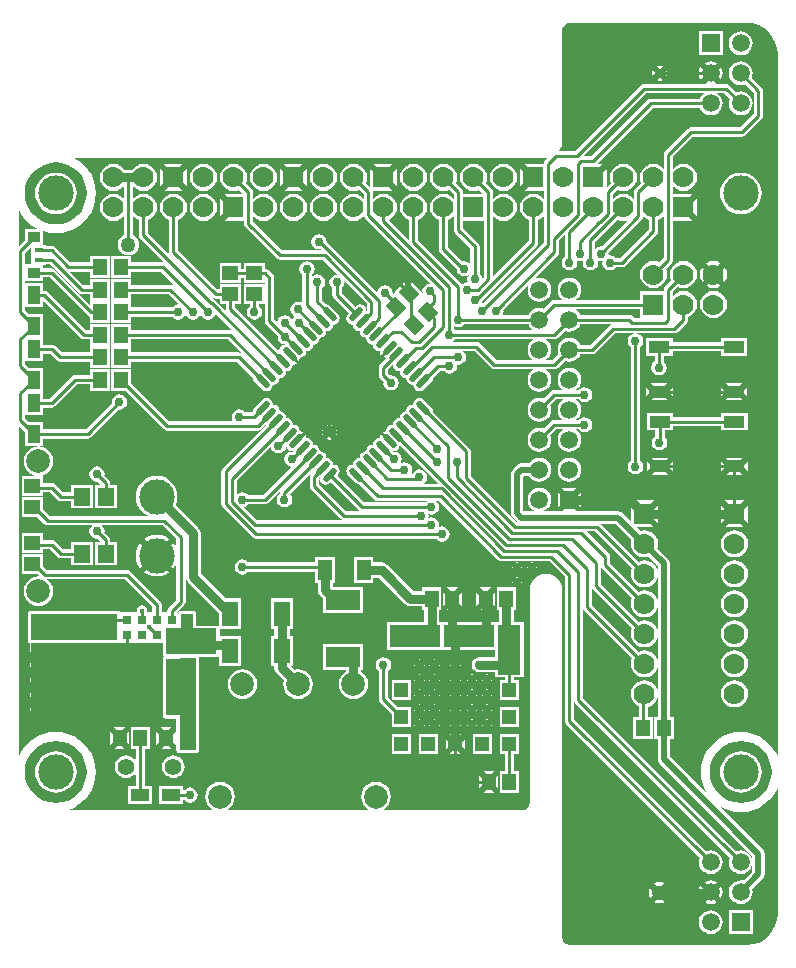
<source format=gtl>
G04 Layer_Physical_Order=1*
G04 Layer_Color=255*
%FSLAX25Y25*%
%MOIN*%
G70*
G01*
G75*
%ADD10R,0.04528X0.05512*%
%ADD11R,0.05512X0.08268*%
%ADD12C,0.02500*%
%ADD13R,0.02500X0.02500*%
%ADD14R,0.05315X0.04528*%
G04:AMPARAMS|DCode=15|XSize=21.65mil|YSize=57.09mil|CornerRadius=0mil|HoleSize=0mil|Usage=FLASHONLY|Rotation=315.000|XOffset=0mil|YOffset=0mil|HoleType=Round|Shape=Round|*
%AMOVALD15*
21,1,0.03543,0.02165,0.00000,0.00000,45.0*
1,1,0.02165,-0.01253,-0.01253*
1,1,0.02165,0.01253,0.01253*
%
%ADD15OVALD15*%

G04:AMPARAMS|DCode=16|XSize=21.65mil|YSize=57.09mil|CornerRadius=0mil|HoleSize=0mil|Usage=FLASHONLY|Rotation=225.000|XOffset=0mil|YOffset=0mil|HoleType=Round|Shape=Round|*
%AMOVALD16*
21,1,0.03543,0.02165,0.00000,0.00000,315.0*
1,1,0.02165,-0.01253,0.01253*
1,1,0.02165,0.01253,-0.01253*
%
%ADD16OVALD16*%

%ADD17R,0.06693X0.03937*%
%ADD18R,0.04528X0.05315*%
%ADD19R,0.04528X0.06890*%
%ADD20R,0.04500X0.04500*%
%ADD21R,0.16500X0.07500*%
%ADD22R,0.07500X0.16500*%
%ADD23R,0.03937X0.05906*%
G04:AMPARAMS|DCode=24|XSize=55.12mil|YSize=45.28mil|CornerRadius=0mil|HoleSize=0mil|Usage=FLASHONLY|Rotation=315.000|XOffset=0mil|YOffset=0mil|HoleType=Round|Shape=Rectangle|*
%AMROTATEDRECTD24*
4,1,4,-0.03550,0.00348,-0.00348,0.03550,0.03550,-0.00348,0.00348,-0.03550,-0.03550,0.00348,0.0*
%
%ADD24ROTATEDRECTD24*%

%ADD25R,0.03150X0.01575*%
%ADD26R,0.03937X0.03543*%
%ADD27R,0.11614X0.06614*%
%ADD28R,0.05906X0.03937*%
%ADD29R,0.05512X0.05906*%
%ADD30C,0.03000*%
%ADD31C,0.01000*%
%ADD32C,0.02000*%
%ADD33R,0.44000X0.24500*%
%ADD34R,0.29000X0.09000*%
%ADD35R,0.04000X0.13500*%
%ADD36R,0.17000X0.08500*%
%ADD37R,0.05500X0.30500*%
%ADD38R,0.05000X0.19000*%
%ADD39C,0.11811*%
%ADD40C,0.07874*%
%ADD41C,0.07000*%
%ADD42R,0.07000X0.07000*%
%ADD43R,0.05906X0.05906*%
%ADD44C,0.05906*%
%ADD45R,0.07000X0.07000*%
%ADD46C,0.05512*%
%ADD47C,0.01500*%
%ADD48C,0.03000*%
%ADD49C,0.05000*%
G36*
X1883Y201025D02*
X2977Y199238D01*
X4338Y197645D01*
X5931Y196284D01*
X7718Y195190D01*
X7748Y195177D01*
X3531D01*
Y191600D01*
X1529Y189598D01*
Y201878D01*
X1883Y201025D01*
D02*
G37*
G36*
X15791Y217199D02*
X17725Y216612D01*
X19508Y215660D01*
X21070Y214377D01*
X22353Y212815D01*
X23305Y211032D01*
X23892Y209098D01*
X24090Y207087D01*
X23892Y205075D01*
X23305Y203141D01*
X22353Y201358D01*
X21070Y199796D01*
X19508Y198514D01*
X17725Y197561D01*
X15791Y196974D01*
X13780Y196776D01*
X11768Y196974D01*
X9834Y197561D01*
X8051Y198514D01*
X6489Y199796D01*
X5206Y201358D01*
X4254Y203141D01*
X3667Y205075D01*
X3469Y207087D01*
X3667Y209098D01*
X4254Y211032D01*
X5206Y212815D01*
X6489Y214377D01*
X8051Y215660D01*
X9834Y216612D01*
X11768Y217199D01*
X13780Y217397D01*
X15791Y217199D01*
D02*
G37*
G36*
X209791Y199184D02*
X210731Y198463D01*
X211471Y198156D01*
Y195133D01*
X201867Y185529D01*
X200485D01*
X200302Y185802D01*
X199476Y186355D01*
X198500Y186549D01*
X197937Y186437D01*
X198049Y187000D01*
X197985Y187322D01*
X209081Y198419D01*
X209413Y198915D01*
X209529Y199500D01*
Y199525D01*
X209791Y199184D01*
D02*
G37*
G36*
X201825Y198010D02*
X203000Y197855D01*
X204175Y198010D01*
X204468Y198131D01*
X195822Y189485D01*
X195500Y189549D01*
X194525Y189355D01*
X193698Y188802D01*
X193529Y188551D01*
Y190760D01*
X201085Y198316D01*
X201825Y198010D01*
D02*
G37*
G36*
X128520Y123271D02*
X141505Y110287D01*
X136188D01*
X136802Y110698D01*
X137355Y111524D01*
X137549Y112500D01*
X137355Y113476D01*
X136802Y114302D01*
X135976Y114855D01*
X135000Y115049D01*
X134025Y114855D01*
X133198Y114302D01*
X132681Y113529D01*
X132024D01*
X132355Y114024D01*
X132549Y115000D01*
X132355Y115975D01*
X131802Y116802D01*
X130975Y117355D01*
X130000Y117549D01*
X129025Y117355D01*
X128596Y117069D01*
X128901Y117525D01*
X129095Y118500D01*
X128901Y119475D01*
X128348Y120302D01*
X127521Y120855D01*
X126546Y121049D01*
X126228Y120986D01*
X126213Y121060D01*
X126342Y121034D01*
X127155Y121196D01*
X127844Y121656D01*
X128304Y122345D01*
X128466Y123158D01*
X128440Y123287D01*
X128520Y123271D01*
D02*
G37*
G36*
X192587Y75651D02*
X192919Y75155D01*
X205922Y62151D01*
X205616Y61411D01*
X205461Y60236D01*
X205616Y59061D01*
X206069Y57967D01*
X206791Y57027D01*
X207731Y56305D01*
X208825Y55852D01*
X210000Y55697D01*
X211175Y55852D01*
X212269Y56305D01*
X213209Y57027D01*
X213931Y57967D01*
X214384Y59061D01*
X214406Y59225D01*
Y51247D01*
X214384Y51411D01*
X213931Y52506D01*
X213209Y53446D01*
X212269Y54167D01*
X211175Y54620D01*
X210000Y54775D01*
X208825Y54620D01*
X208085Y54314D01*
X192529Y69870D01*
Y75941D01*
X192587Y75651D01*
D02*
G37*
G36*
X205711Y91641D02*
X205616Y91411D01*
X205461Y90236D01*
X205616Y89061D01*
X206069Y87967D01*
X206791Y87027D01*
X207731Y86305D01*
X208825Y85852D01*
X210000Y85697D01*
X211175Y85852D01*
X211405Y85947D01*
X214406Y82947D01*
Y81247D01*
X214384Y81411D01*
X213931Y82506D01*
X213209Y83446D01*
X212269Y84167D01*
X211175Y84620D01*
X210000Y84775D01*
X208825Y84620D01*
X208085Y84314D01*
X195438Y96961D01*
X200392D01*
X205711Y91641D01*
D02*
G37*
G36*
X189587Y68651D02*
X189919Y68155D01*
X205922Y52151D01*
X205616Y51411D01*
X205461Y50236D01*
X205616Y49062D01*
X206069Y47967D01*
X206791Y47027D01*
X207731Y46306D01*
X208825Y45852D01*
X210000Y45697D01*
X211175Y45852D01*
X212269Y46306D01*
X213209Y47027D01*
X213931Y47967D01*
X214384Y49062D01*
X214406Y49225D01*
Y41247D01*
X214384Y41411D01*
X213931Y42506D01*
X213209Y43446D01*
X212269Y44167D01*
X211175Y44620D01*
X210000Y44775D01*
X208825Y44620D01*
X207731Y44167D01*
X206791Y43446D01*
X206069Y42506D01*
X205616Y41411D01*
X205461Y40236D01*
X205616Y39061D01*
X206069Y37967D01*
X206791Y37027D01*
X207731Y36305D01*
X208026Y36183D01*
Y32658D01*
X206291D01*
Y25343D01*
X212819D01*
Y32658D01*
X211085D01*
Y35840D01*
X211175Y35852D01*
X212269Y36305D01*
X213209Y37027D01*
X213931Y37967D01*
X214384Y39061D01*
X214406Y39225D01*
Y32658D01*
X213181D01*
Y25343D01*
X214406D01*
Y18555D01*
X214561Y17775D01*
X215003Y17113D01*
X245961Y-13845D01*
Y-14756D01*
X245579Y-13833D01*
X244945Y-13008D01*
X244119Y-12374D01*
X243158Y-11976D01*
X242126Y-11840D01*
X241094Y-11976D01*
X240630Y-12168D01*
X189529Y38933D01*
Y68941D01*
X189587Y68651D01*
D02*
G37*
G36*
X90534Y123158D02*
X90696Y122345D01*
X91156Y121656D01*
X91845Y121196D01*
X92658Y121034D01*
X92787Y121060D01*
X92772Y120986D01*
X92454Y121049D01*
X91479Y120855D01*
X90652Y120302D01*
X90099Y119475D01*
X89905Y118500D01*
X90099Y117525D01*
X90652Y116698D01*
X91479Y116145D01*
X92239Y115994D01*
X82775Y106529D01*
X77985D01*
X77802Y106802D01*
X76976Y107355D01*
X76000Y107549D01*
X75024Y107355D01*
X74198Y106802D01*
X74029Y106551D01*
Y111275D01*
X85494Y122739D01*
X85645Y121979D01*
X86198Y121152D01*
X87024Y120599D01*
X88000Y120405D01*
X88976Y120599D01*
X89802Y121152D01*
X90355Y121979D01*
X90549Y122954D01*
X90486Y123272D01*
X90560Y123287D01*
X90534Y123158D01*
D02*
G37*
G36*
X146471Y195000D02*
X146587Y194415D01*
X146919Y193919D01*
X151971Y188866D01*
Y183551D01*
X151802Y183802D01*
X150976Y184355D01*
X150000Y184549D01*
X149261Y184402D01*
X144529Y189134D01*
Y198156D01*
X145269Y198463D01*
X146209Y199184D01*
X146471Y199525D01*
Y195000D01*
D02*
G37*
G36*
X171547Y163007D02*
X172181Y162181D01*
X173007Y161547D01*
X173050Y161529D01*
X146985D01*
X146802Y161802D01*
X146529Y161985D01*
Y162976D01*
X147025Y162645D01*
X148000Y162451D01*
X148976Y162645D01*
X149802Y163198D01*
X149985Y163471D01*
X171355D01*
X171547Y163007D01*
D02*
G37*
G36*
X208500Y165529D02*
X206633D01*
X206081Y166081D01*
X205585Y166413D01*
X205000Y166529D01*
X188645D01*
X188453Y166993D01*
X187819Y167819D01*
X186993Y168453D01*
X186950Y168471D01*
X208500D01*
Y165529D01*
D02*
G37*
G36*
X173007Y158453D02*
X172181Y157819D01*
X171547Y156993D01*
X171149Y156032D01*
X171013Y155000D01*
X171149Y153968D01*
X171547Y153007D01*
X172181Y152181D01*
X173007Y151547D01*
X173050Y151529D01*
X160634D01*
X155081Y157081D01*
X154585Y157413D01*
X154000Y157529D01*
X145394D01*
X145975Y157645D01*
X146802Y158198D01*
X146985Y158471D01*
X173050D01*
X173007Y158453D01*
D02*
G37*
G36*
X199012Y163432D02*
X198915Y163413D01*
X198419Y163081D01*
X191867Y156529D01*
X188645D01*
X188453Y156993D01*
X187819Y157819D01*
X186993Y158453D01*
X186032Y158851D01*
X185000Y158987D01*
X183968Y158851D01*
X183007Y158453D01*
X182181Y157819D01*
X181547Y156993D01*
X181149Y156032D01*
X181013Y155000D01*
X181149Y153968D01*
X181341Y153504D01*
X179367Y151529D01*
X176950D01*
X176993Y151547D01*
X177819Y152181D01*
X178453Y153007D01*
X178851Y153968D01*
X178987Y155000D01*
X178851Y156032D01*
X178453Y156993D01*
X177819Y157819D01*
X176993Y158453D01*
X176950Y158471D01*
X180000D01*
X180585Y158587D01*
X181081Y158919D01*
X183504Y161341D01*
X183968Y161149D01*
X185000Y161013D01*
X186032Y161149D01*
X186993Y161547D01*
X187819Y162181D01*
X188453Y163007D01*
X188645Y163471D01*
X199205D01*
X199012Y163432D01*
D02*
G37*
G36*
X117471Y170367D02*
Y167950D01*
X117385Y167865D01*
X117305Y167849D01*
X117330Y167978D01*
X117169Y168791D01*
X116709Y169480D01*
X116020Y169940D01*
X115207Y170101D01*
X114394Y169940D01*
X113705Y169480D01*
X113534Y169308D01*
X109029Y173813D01*
Y175515D01*
X109302Y175698D01*
X109855Y176524D01*
X110049Y177500D01*
X109977Y177860D01*
X117471Y170367D01*
D02*
G37*
G36*
X205922Y82151D02*
X205616Y81411D01*
X205461Y80236D01*
X205616Y79062D01*
X206069Y77967D01*
X206791Y77027D01*
X207731Y76306D01*
X208825Y75852D01*
X210000Y75697D01*
X211175Y75852D01*
X212269Y76306D01*
X213209Y77027D01*
X213931Y77967D01*
X214384Y79062D01*
X214406Y79225D01*
Y71247D01*
X214384Y71411D01*
X213931Y72506D01*
X213209Y73446D01*
X212269Y74167D01*
X211175Y74620D01*
X210000Y74775D01*
X208825Y74620D01*
X208085Y74314D01*
X198529Y83870D01*
Y86000D01*
X198413Y86585D01*
X198081Y87081D01*
X190692Y94471D01*
X193603D01*
X205922Y82151D01*
D02*
G37*
G36*
X156471Y179133D02*
X156014Y178677D01*
X155855Y179475D01*
X155302Y180302D01*
X155029Y180485D01*
Y189500D01*
X154932Y189988D01*
X154913Y190085D01*
X154581Y190581D01*
X149529Y195633D01*
Y197894D01*
X156471D01*
Y179133D01*
D02*
G37*
G36*
X176471Y190633D02*
X156322Y170485D01*
X156000Y170549D01*
X155851Y170519D01*
X155855Y170525D01*
X156049Y171500D01*
X156039Y171548D01*
X174081Y189590D01*
X174413Y190086D01*
X174529Y190672D01*
Y198156D01*
X175269Y198463D01*
X176209Y199184D01*
X176471Y199525D01*
Y190633D01*
D02*
G37*
G36*
X195587Y82651D02*
X195919Y82155D01*
X205922Y72151D01*
X205616Y71411D01*
X205461Y70236D01*
X205616Y69061D01*
X206069Y67967D01*
X206791Y67027D01*
X207731Y66306D01*
X208825Y65852D01*
X210000Y65697D01*
X211175Y65852D01*
X212269Y66306D01*
X213209Y67027D01*
X213931Y67967D01*
X214384Y69061D01*
X214406Y69225D01*
Y61247D01*
X214384Y61411D01*
X213931Y62506D01*
X213209Y63446D01*
X212269Y64167D01*
X211175Y64620D01*
X210000Y64775D01*
X208825Y64620D01*
X208085Y64314D01*
X195529Y76870D01*
Y82941D01*
X195587Y82651D01*
D02*
G37*
G36*
X229307Y239906D02*
X228673Y239080D01*
X228481Y238616D01*
X212087D01*
X211501Y238500D01*
X211005Y238168D01*
X192367Y219529D01*
X189692D01*
X210633Y240471D01*
X230043D01*
X229307Y239906D01*
D02*
G37*
G36*
X15792Y24292D02*
X17728Y23705D01*
X19512Y22752D01*
X21075Y21469D01*
X22358Y19905D01*
X23311Y18122D01*
X23899Y16186D01*
X24097Y14173D01*
X23899Y12160D01*
X23311Y10225D01*
X22358Y8441D01*
X21075Y6878D01*
X19512Y5595D01*
X17728Y4641D01*
X15792Y4054D01*
X13780Y3856D01*
X11767Y4054D01*
X9831Y4641D01*
X8048Y5595D01*
X6484Y6878D01*
X5201Y8441D01*
X4248Y10225D01*
X3661Y12160D01*
X3462Y14173D01*
X3661Y16186D01*
X4248Y18122D01*
X5201Y19905D01*
X6484Y21469D01*
X8048Y22752D01*
X9831Y23705D01*
X11767Y24292D01*
X13780Y24490D01*
X15792Y24292D01*
D02*
G37*
G36*
X244139D02*
X246074Y23705D01*
X247858Y22752D01*
X249421Y21469D01*
X250705Y19905D01*
X251658Y18122D01*
X252245Y16186D01*
X252443Y14173D01*
X252245Y12160D01*
X251658Y10225D01*
X250705Y8441D01*
X249421Y6878D01*
X247858Y5595D01*
X246074Y4641D01*
X244139Y4054D01*
X242126Y3856D01*
X240113Y4054D01*
X238178Y4641D01*
X236394Y5595D01*
X234831Y6878D01*
X233547Y8441D01*
X232594Y10225D01*
X232007Y12160D01*
X231809Y14173D01*
X232007Y16186D01*
X232594Y18122D01*
X233547Y19905D01*
X234831Y21469D01*
X236394Y22752D01*
X238178Y23705D01*
X240113Y24292D01*
X242126Y24490D01*
X244139Y24292D01*
D02*
G37*
G36*
X246111Y263735D02*
X248046Y263148D01*
X249828Y262195D01*
X251391Y260913D01*
X252673Y259350D01*
X253626Y257568D01*
X254213Y255633D01*
X254399Y253738D01*
X254376Y253622D01*
Y19399D01*
X254029Y20238D01*
X252933Y22025D01*
X251572Y23619D01*
X249978Y24981D01*
X248191Y26076D01*
X246254Y26878D01*
X244216Y27367D01*
X242126Y27532D01*
X240036Y27367D01*
X237998Y26878D01*
X236061Y26076D01*
X234274Y24981D01*
X232680Y23619D01*
X231318Y22025D01*
X230223Y20238D01*
X229421Y18301D01*
X228932Y16263D01*
X228767Y14173D01*
X228932Y12083D01*
X229421Y10045D01*
X230223Y8108D01*
X230932Y6952D01*
X218484Y19400D01*
Y25343D01*
X219709D01*
Y32658D01*
X218484D01*
Y83791D01*
X218484Y83791D01*
X218329Y84572D01*
X217887Y85233D01*
X214289Y88831D01*
X214384Y89061D01*
X214539Y90236D01*
X214384Y91411D01*
X213931Y92506D01*
X213209Y93446D01*
X212269Y94167D01*
X211175Y94620D01*
X210000Y94775D01*
X208825Y94620D01*
X208595Y94525D01*
X207384Y95736D01*
X213086D01*
X209293Y99529D01*
X205500Y103322D01*
Y97620D01*
X202678Y100442D01*
X202017Y100884D01*
X201236Y101039D01*
X175198D01*
X176032Y101149D01*
X176993Y101547D01*
X177819Y102181D01*
X178453Y103007D01*
X178851Y103968D01*
X178987Y105000D01*
X178851Y106032D01*
X178453Y106993D01*
X177819Y107819D01*
X176993Y108453D01*
X176032Y108851D01*
X175000Y108987D01*
X173968Y108851D01*
X173007Y108453D01*
X172181Y107819D01*
X171547Y106993D01*
X171149Y106032D01*
X171013Y105000D01*
X171149Y103968D01*
X171547Y103007D01*
X172181Y102181D01*
X173007Y101547D01*
X173968Y101149D01*
X174802Y101039D01*
X169845D01*
X169539Y101345D01*
Y112655D01*
X169845Y112961D01*
X171582D01*
X172181Y112181D01*
X173007Y111547D01*
X173968Y111149D01*
X175000Y111013D01*
X176032Y111149D01*
X176993Y111547D01*
X177819Y112181D01*
X178453Y113007D01*
X178851Y113968D01*
X178987Y115000D01*
X178851Y116032D01*
X178453Y116993D01*
X177819Y117819D01*
X176993Y118453D01*
X176032Y118851D01*
X175000Y118987D01*
X173968Y118851D01*
X173007Y118453D01*
X172181Y117819D01*
X171582Y117039D01*
X169000D01*
X168220Y116884D01*
X167558Y116442D01*
X166058Y114942D01*
X165616Y114280D01*
X165461Y113500D01*
Y100500D01*
X165616Y99720D01*
X166058Y99058D01*
X167558Y97558D01*
X167601Y97529D01*
X167462D01*
X152029Y112962D01*
Y121271D01*
X151932Y121759D01*
X151913Y121856D01*
X151581Y122353D01*
X139592Y134342D01*
X139440Y135106D01*
X138980Y135795D01*
X136474Y138300D01*
X135785Y138760D01*
X134973Y138922D01*
X134160Y138760D01*
X133471Y138300D01*
X133011Y137611D01*
X132849Y136799D01*
X132875Y136669D01*
X132745Y136695D01*
X131933Y136533D01*
X131244Y136073D01*
X130784Y135384D01*
X130622Y134571D01*
X130648Y134442D01*
X130518Y134468D01*
X129706Y134306D01*
X129017Y133846D01*
X128557Y133157D01*
X128395Y132344D01*
X128421Y132215D01*
X128291Y132241D01*
X127479Y132079D01*
X126790Y131619D01*
X126329Y130930D01*
X126168Y130117D01*
X126193Y129988D01*
X126064Y130014D01*
X125251Y129852D01*
X124563Y129392D01*
X124102Y128703D01*
X123941Y127890D01*
X123966Y127761D01*
X123837Y127787D01*
X123024Y127625D01*
X122336Y127164D01*
X121875Y126476D01*
X121713Y125663D01*
X121739Y125534D01*
X121610Y125559D01*
X120797Y125398D01*
X120108Y124937D01*
X119648Y124249D01*
X119486Y123436D01*
X119512Y123307D01*
X119383Y123332D01*
X118570Y123171D01*
X117881Y122710D01*
X117421Y122021D01*
X117259Y121209D01*
X117285Y121079D01*
X117156Y121105D01*
X116343Y120943D01*
X115654Y120483D01*
X115194Y119794D01*
X115032Y118982D01*
X115058Y118852D01*
X114929Y118878D01*
X114116Y118716D01*
X113427Y118256D01*
X112967Y117567D01*
X112805Y116754D01*
X112831Y116625D01*
X112701Y116651D01*
X111889Y116489D01*
X111200Y116029D01*
X110740Y115340D01*
X110578Y114527D01*
X110740Y113715D01*
X111200Y113026D01*
X113705Y110520D01*
X114394Y110060D01*
X115158Y109908D01*
X120062Y105004D01*
X120558Y104673D01*
X121143Y104556D01*
X137578D01*
X137198Y104302D01*
X137015Y104029D01*
X116454D01*
X107629Y112855D01*
X107800Y113026D01*
X108260Y113715D01*
X108422Y114527D01*
X108260Y115340D01*
X107800Y116029D01*
X107111Y116489D01*
X106298Y116651D01*
X106169Y116625D01*
X106195Y116754D01*
X106033Y117567D01*
X105573Y118256D01*
X104884Y118716D01*
X104071Y118878D01*
X103942Y118852D01*
X103968Y118982D01*
X103806Y119794D01*
X103346Y120483D01*
X102657Y120943D01*
X101844Y121105D01*
X101715Y121079D01*
X101741Y121209D01*
X101579Y122021D01*
X101119Y122710D01*
X100430Y123171D01*
X99617Y123332D01*
X99488Y123307D01*
X99514Y123436D01*
X99352Y124249D01*
X98892Y124937D01*
X98203Y125398D01*
X97390Y125559D01*
X97261Y125534D01*
X97286Y125663D01*
X97125Y126476D01*
X96665Y127164D01*
X95976Y127625D01*
X95163Y127786D01*
X95034Y127761D01*
X95059Y127890D01*
X94898Y128703D01*
X94437Y129392D01*
X93748Y129852D01*
X92936Y130014D01*
X92807Y129988D01*
X92832Y130117D01*
X92671Y130930D01*
X92210Y131619D01*
X91521Y132079D01*
X90709Y132241D01*
X90579Y132215D01*
X90605Y132344D01*
X90443Y133157D01*
X89983Y133846D01*
X89294Y134306D01*
X88482Y134468D01*
X88352Y134442D01*
X88378Y134571D01*
X88216Y135384D01*
X87756Y136073D01*
X87067Y136533D01*
X86255Y136695D01*
X86125Y136669D01*
X86151Y136799D01*
X85989Y137611D01*
X85529Y138300D01*
X84840Y138760D01*
X84027Y138922D01*
X83215Y138760D01*
X82526Y138300D01*
X80020Y135795D01*
X79560Y135106D01*
X79408Y134342D01*
X79095Y134029D01*
X76985D01*
X76802Y134302D01*
X75976Y134855D01*
X75000Y135049D01*
X74024Y134855D01*
X73198Y134302D01*
X72645Y133475D01*
X72451Y132500D01*
X72645Y131525D01*
X72976Y131029D01*
X51578D01*
X38709Y143899D01*
Y148658D01*
X32181D01*
Y141342D01*
X36939D01*
X49863Y128419D01*
X50360Y128087D01*
X50945Y127971D01*
X81183D01*
X81768Y128087D01*
X82265Y128419D01*
X83798Y129952D01*
X83878Y129968D01*
X83863Y129888D01*
X69419Y115444D01*
X69087Y114948D01*
X68971Y114363D01*
Y103429D01*
X69087Y102844D01*
X69419Y102348D01*
X79347Y92419D01*
X79844Y92087D01*
X80429Y91971D01*
X140515D01*
X140698Y91698D01*
X141525Y91145D01*
X142500Y90951D01*
X143475Y91145D01*
X144302Y91698D01*
X144855Y92524D01*
X145049Y93500D01*
X144855Y94476D01*
X144302Y95302D01*
X143475Y95855D01*
X142500Y96049D01*
X141525Y95855D01*
X141405Y95775D01*
X141549Y96500D01*
X141355Y97475D01*
X140802Y98302D01*
X139976Y98855D01*
X139000Y99049D01*
X138024Y98855D01*
X137905Y98775D01*
X138049Y99500D01*
X137905Y100225D01*
X138024Y100145D01*
X139000Y99951D01*
X139976Y100145D01*
X140802Y100698D01*
X141355Y101524D01*
X141549Y102500D01*
X141355Y103475D01*
X140802Y104302D01*
X140422Y104556D01*
X141578D01*
X161216Y84919D01*
X161712Y84587D01*
X162297Y84471D01*
X178366D01*
X183471Y79366D01*
Y31299D01*
X183587Y30714D01*
X183919Y30218D01*
X228467Y-14331D01*
X228275Y-14795D01*
X228139Y-15827D01*
X228275Y-16859D01*
X228673Y-17820D01*
X229307Y-18646D01*
X230133Y-19279D01*
X231094Y-19678D01*
X232126Y-19814D01*
X233158Y-19678D01*
X234119Y-19279D01*
X234945Y-18646D01*
X235579Y-17820D01*
X235977Y-16859D01*
X236113Y-15827D01*
X235977Y-14795D01*
X235579Y-13833D01*
X234945Y-13008D01*
X234119Y-12374D01*
X233158Y-11976D01*
X232126Y-11840D01*
X231094Y-11976D01*
X230630Y-12168D01*
X186529Y31933D01*
Y38004D01*
X186587Y37714D01*
X186919Y37218D01*
X238467Y-14331D01*
X238275Y-14795D01*
X238139Y-15827D01*
X238275Y-16859D01*
X238673Y-17820D01*
X239307Y-18646D01*
X240132Y-19279D01*
X241094Y-19678D01*
X242126Y-19814D01*
X243158Y-19678D01*
X244119Y-19279D01*
X244945Y-18646D01*
X245579Y-17820D01*
X245961Y-16898D01*
Y-19108D01*
X243101Y-21968D01*
X242126Y-21840D01*
X241094Y-21976D01*
X240132Y-22374D01*
X239307Y-23008D01*
X238673Y-23833D01*
X238275Y-24795D01*
X238139Y-25827D01*
X238275Y-26859D01*
X238673Y-27820D01*
X239307Y-28646D01*
X240132Y-29280D01*
X241094Y-29678D01*
X242126Y-29814D01*
X243158Y-29678D01*
X244119Y-29280D01*
X244945Y-28646D01*
X245579Y-27820D01*
X245977Y-26859D01*
X246113Y-25827D01*
X245985Y-24852D01*
X249442Y-21395D01*
X249884Y-20733D01*
X250039Y-19953D01*
Y-13000D01*
X249884Y-12220D01*
X249442Y-11558D01*
X234905Y2979D01*
X236061Y2270D01*
X237998Y1468D01*
X240036Y979D01*
X242126Y814D01*
X244216Y979D01*
X246254Y1468D01*
X248191Y2270D01*
X249978Y3366D01*
X251572Y4727D01*
X252933Y6321D01*
X254029Y8108D01*
X254376Y8947D01*
Y-33150D01*
X254396Y-33247D01*
X254207Y-35161D01*
X253620Y-37095D01*
X252667Y-38878D01*
X251385Y-40440D01*
X249823Y-41723D01*
X248040Y-42675D01*
X246106Y-43262D01*
X244192Y-43451D01*
X244094Y-43431D01*
X185039D01*
X184974Y-43444D01*
X184108Y-43272D01*
X183318Y-42745D01*
X182791Y-41955D01*
X182619Y-41089D01*
X182632Y-41024D01*
Y74803D01*
X182649D01*
X182462Y76222D01*
X181915Y77545D01*
X181043Y78681D01*
X179907Y79552D01*
X178585Y80100D01*
X177165Y80287D01*
X175746Y80100D01*
X174423Y79552D01*
X173288Y78681D01*
X172416Y77545D01*
X171868Y76222D01*
X171681Y74803D01*
X171699D01*
Y3937D01*
X171712Y3871D01*
X171540Y3006D01*
X171012Y2216D01*
X170223Y1688D01*
X169357Y1516D01*
X169291Y1529D01*
X122608D01*
X122990Y1688D01*
X124021Y2479D01*
X124812Y3510D01*
X125310Y4711D01*
X125480Y6000D01*
X125310Y7289D01*
X124812Y8490D01*
X124021Y9521D01*
X122990Y10312D01*
X121789Y10810D01*
X120500Y10980D01*
X119211Y10810D01*
X118010Y10312D01*
X116979Y9521D01*
X116188Y8490D01*
X115690Y7289D01*
X115520Y6000D01*
X115690Y4711D01*
X116188Y3510D01*
X116979Y2479D01*
X118010Y1688D01*
X118392Y1529D01*
X70608D01*
X70990Y1688D01*
X72021Y2479D01*
X72812Y3510D01*
X73310Y4711D01*
X73480Y6000D01*
X73310Y7289D01*
X72812Y8490D01*
X72021Y9521D01*
X70990Y10312D01*
X69789Y10810D01*
X68500Y10980D01*
X67211Y10810D01*
X66010Y10312D01*
X64979Y9521D01*
X64188Y8490D01*
X63690Y7289D01*
X63520Y6000D01*
X63690Y4711D01*
X64188Y3510D01*
X64979Y2479D01*
X66010Y1688D01*
X66392Y1529D01*
X18055D01*
X19844Y2270D01*
X21632Y3366D01*
X23226Y4727D01*
X24587Y6321D01*
X25682Y8108D01*
X26485Y10045D01*
X26974Y12083D01*
X27138Y14173D01*
X26974Y16263D01*
X26485Y18301D01*
X25682Y20238D01*
X24587Y22025D01*
X23226Y23619D01*
X21632Y24981D01*
X19844Y26076D01*
X17908Y26878D01*
X15869Y27367D01*
X13780Y27532D01*
X11690Y27367D01*
X9651Y26878D01*
X7715Y26076D01*
X5927Y24981D01*
X4333Y23619D01*
X2972Y22025D01*
X1877Y20238D01*
X1529Y19399D01*
Y129690D01*
X3531Y127688D01*
Y122929D01*
X9469D01*
Y125353D01*
X24382D01*
X24967Y125469D01*
X25463Y125801D01*
X34678Y135015D01*
X35000Y134951D01*
X35976Y135145D01*
X36802Y135698D01*
X37355Y136524D01*
X37549Y137500D01*
X37355Y138476D01*
X36802Y139302D01*
X35976Y139855D01*
X35000Y140049D01*
X34025Y139855D01*
X33198Y139302D01*
X32645Y138476D01*
X32451Y137500D01*
X32515Y137178D01*
X23748Y128411D01*
X9469D01*
Y130835D01*
X4710D01*
X3529Y132015D01*
Y139748D01*
X3531Y139751D01*
Y133165D01*
X9469D01*
Y135589D01*
X12382D01*
X12967Y135705D01*
X13463Y136037D01*
X20897Y143471D01*
X25291D01*
Y141342D01*
X31819D01*
Y148658D01*
X25291D01*
Y146529D01*
X20264D01*
X19679Y146413D01*
X19182Y146081D01*
X11748Y138647D01*
X9469D01*
Y140929D01*
Y148835D01*
X4710D01*
X3529Y150015D01*
Y157748D01*
X3531Y157750D01*
Y151165D01*
X9469D01*
Y153589D01*
X11867D01*
X14037Y151419D01*
X14533Y151087D01*
X15118Y150971D01*
X25291D01*
Y148843D01*
X31819D01*
Y156158D01*
X25291D01*
Y154029D01*
X15752D01*
X13581Y156200D01*
X13085Y156531D01*
X12500Y156648D01*
X9469D01*
Y158929D01*
Y166835D01*
X4710D01*
X3529Y168015D01*
Y187272D01*
X5500Y189243D01*
Y186287D01*
Y183366D01*
X3531D01*
Y177823D01*
X9469D01*
Y179065D01*
X11772D01*
X24419Y166419D01*
X24915Y166087D01*
X25291Y166012D01*
Y163842D01*
X31819D01*
Y171158D01*
X25291D01*
Y169872D01*
X13487Y181676D01*
X12991Y182008D01*
X12405Y182124D01*
X9469D01*
Y183138D01*
X10650D01*
Y183396D01*
X11792D01*
X21269Y173919D01*
X21765Y173587D01*
X22350Y173471D01*
X25291D01*
Y171343D01*
X31819D01*
Y178657D01*
X25291D01*
Y176529D01*
X22984D01*
X18543Y180971D01*
X25291D01*
Y178842D01*
X31819D01*
Y186158D01*
X25291D01*
Y184029D01*
X18633D01*
X13507Y189156D01*
X13011Y189488D01*
X12425Y189604D01*
X10650D01*
Y189862D01*
X9469D01*
Y194465D01*
X9653Y194388D01*
X11691Y193899D01*
X13780Y193734D01*
X15868Y193899D01*
X17906Y194388D01*
X19841Y195190D01*
X21628Y196284D01*
X23221Y197645D01*
X24582Y199238D01*
X25676Y201025D01*
X26478Y202961D01*
X26967Y204998D01*
X27132Y207087D01*
X26967Y209175D01*
X26478Y211213D01*
X25676Y213148D01*
X24582Y214935D01*
X23221Y216528D01*
X21628Y217889D01*
X19907Y218943D01*
X177132D01*
X177362Y218989D01*
X177896Y219059D01*
X176919Y218081D01*
X176587Y217585D01*
X176471Y217000D01*
Y216894D01*
X169914D01*
X173707Y213101D01*
X173000Y212394D01*
X173707Y211687D01*
X169914Y207894D01*
X176471D01*
Y205263D01*
X176209Y205603D01*
X175269Y206324D01*
X174175Y206778D01*
X173000Y206932D01*
X171825Y206778D01*
X170731Y206324D01*
X169791Y205603D01*
X169069Y204663D01*
X168616Y203568D01*
X168461Y202394D01*
X168616Y201219D01*
X169069Y200124D01*
X169791Y199184D01*
X170731Y198463D01*
X171471Y198156D01*
Y191305D01*
X159529Y179364D01*
Y199525D01*
X159791Y199184D01*
X160731Y198463D01*
X161825Y198010D01*
X163000Y197855D01*
X164175Y198010D01*
X165269Y198463D01*
X166209Y199184D01*
X166931Y200124D01*
X167384Y201219D01*
X167539Y202394D01*
X167384Y203568D01*
X166931Y204663D01*
X166209Y205603D01*
X165269Y206324D01*
X164175Y206778D01*
X163000Y206932D01*
X161825Y206778D01*
X160731Y206324D01*
X159791Y205603D01*
X159529Y205263D01*
Y207394D01*
X159413Y207979D01*
X159081Y208475D01*
X157078Y210479D01*
X157384Y211219D01*
X157539Y212394D01*
X157384Y213568D01*
X156931Y214663D01*
X156209Y215603D01*
X155269Y216324D01*
X154175Y216778D01*
X153000Y216933D01*
X151825Y216778D01*
X150731Y216324D01*
X149791Y215603D01*
X149069Y214663D01*
X148616Y213568D01*
X148461Y212394D01*
X148616Y211219D01*
X149069Y210124D01*
X149791Y209184D01*
X150731Y208463D01*
X151825Y208010D01*
X153000Y207855D01*
X154175Y208010D01*
X154915Y208316D01*
X156337Y206894D01*
X149529D01*
Y207394D01*
X149413Y207979D01*
X149081Y208475D01*
X147078Y210479D01*
X147384Y211219D01*
X147539Y212394D01*
X147384Y213568D01*
X146931Y214663D01*
X146209Y215603D01*
X145269Y216324D01*
X144175Y216778D01*
X143000Y216933D01*
X141825Y216778D01*
X140731Y216324D01*
X139791Y215603D01*
X139069Y214663D01*
X138616Y213568D01*
X138461Y212394D01*
X138616Y211219D01*
X139069Y210124D01*
X139791Y209184D01*
X140731Y208463D01*
X141825Y208010D01*
X143000Y207855D01*
X144175Y208010D01*
X144915Y208316D01*
X146471Y206760D01*
Y205263D01*
X146209Y205603D01*
X145269Y206324D01*
X144175Y206778D01*
X143000Y206932D01*
X141825Y206778D01*
X140731Y206324D01*
X139791Y205603D01*
X139069Y204663D01*
X138616Y203568D01*
X138461Y202394D01*
X138616Y201219D01*
X139069Y200124D01*
X139791Y199184D01*
X140731Y198463D01*
X141471Y198156D01*
Y188500D01*
X141587Y187915D01*
X141919Y187419D01*
X147479Y181858D01*
X147645Y181025D01*
X148198Y180198D01*
X149024Y179645D01*
X150000Y179451D01*
X150976Y179645D01*
X151487Y179987D01*
X151145Y179475D01*
X150951Y178500D01*
X151145Y177524D01*
X151148Y177520D01*
X151000Y177549D01*
X150024Y177355D01*
X149198Y176802D01*
X149175Y176769D01*
X149153Y176802D01*
X149081Y176910D01*
X134529Y191462D01*
Y198156D01*
X135269Y198463D01*
X136209Y199184D01*
X136931Y200124D01*
X137384Y201219D01*
X137539Y202394D01*
X137384Y203568D01*
X136931Y204663D01*
X136209Y205603D01*
X135269Y206324D01*
X134175Y206778D01*
X133000Y206932D01*
X131825Y206778D01*
X130731Y206324D01*
X129791Y205603D01*
X129069Y204663D01*
X128616Y203568D01*
X128461Y202394D01*
X128616Y201219D01*
X129069Y200124D01*
X129791Y199184D01*
X130731Y198463D01*
X131471Y198156D01*
Y191692D01*
X124867Y198296D01*
X125269Y198463D01*
X126209Y199184D01*
X126931Y200124D01*
X127384Y201219D01*
X127539Y202394D01*
X127384Y203568D01*
X126931Y204663D01*
X126209Y205603D01*
X125269Y206324D01*
X124175Y206778D01*
X123000Y206932D01*
X121825Y206778D01*
X120731Y206324D01*
X119791Y205603D01*
X119529Y205263D01*
Y207394D01*
X119430Y207894D01*
X126086D01*
X122293Y211687D01*
X118500Y215479D01*
Y209057D01*
X117078Y210479D01*
X117384Y211219D01*
X117539Y212394D01*
X117384Y213568D01*
X116931Y214663D01*
X116209Y215603D01*
X115269Y216324D01*
X114175Y216778D01*
X113000Y216933D01*
X111825Y216778D01*
X110731Y216324D01*
X109791Y215603D01*
X109069Y214663D01*
X108616Y213568D01*
X108461Y212394D01*
X108616Y211219D01*
X109069Y210124D01*
X109791Y209184D01*
X110731Y208463D01*
X111825Y208010D01*
X113000Y207855D01*
X114175Y208010D01*
X114915Y208316D01*
X116471Y206760D01*
Y205263D01*
X116209Y205603D01*
X115269Y206324D01*
X114175Y206778D01*
X113000Y206932D01*
X111825Y206778D01*
X110731Y206324D01*
X109791Y205603D01*
X109069Y204663D01*
X108616Y203568D01*
X108461Y202394D01*
X108616Y201219D01*
X109069Y200124D01*
X109791Y199184D01*
X110731Y198463D01*
X111825Y198010D01*
X113000Y197855D01*
X114175Y198010D01*
X115269Y198463D01*
X116209Y199184D01*
X116546Y199622D01*
X116587Y199415D01*
X116919Y198919D01*
X138860Y176977D01*
X138500Y177049D01*
X137524Y176855D01*
X136698Y176302D01*
X136145Y175476D01*
X135951Y174500D01*
X136046Y174024D01*
X132317Y177753D01*
X132317Y174137D01*
X130317D01*
X130317Y177753D01*
X126863Y174299D01*
X126113Y173549D01*
X125985Y173678D01*
X126049Y174000D01*
X125855Y174976D01*
X125302Y175802D01*
X124476Y176355D01*
X123500Y176549D01*
X122524Y176355D01*
X121698Y175802D01*
X121145Y174976D01*
X120958Y174034D01*
X104039Y190952D01*
X104049Y191000D01*
X103855Y191975D01*
X103302Y192802D01*
X102476Y193355D01*
X101500Y193549D01*
X100524Y193355D01*
X99698Y192802D01*
X99145Y191975D01*
X98951Y191000D01*
X99145Y190024D01*
X99698Y189198D01*
X100524Y188645D01*
X101500Y188451D01*
X102096Y188570D01*
X102636Y188029D01*
X89134D01*
X79529Y197634D01*
Y199525D01*
X79791Y199184D01*
X80731Y198463D01*
X81825Y198010D01*
X83000Y197855D01*
X84175Y198010D01*
X85269Y198463D01*
X86209Y199184D01*
X86931Y200124D01*
X87384Y201219D01*
X87539Y202394D01*
X87384Y203568D01*
X86931Y204663D01*
X86209Y205603D01*
X85269Y206324D01*
X84175Y206778D01*
X83000Y206932D01*
X81825Y206778D01*
X80731Y206324D01*
X79791Y205603D01*
X79529Y205263D01*
Y207394D01*
X79413Y207979D01*
X79081Y208475D01*
X77078Y210479D01*
X77384Y211219D01*
X77539Y212394D01*
X77384Y213568D01*
X76931Y214663D01*
X76209Y215603D01*
X75269Y216324D01*
X74175Y216778D01*
X73000Y216933D01*
X71825Y216778D01*
X70731Y216324D01*
X69791Y215603D01*
X69069Y214663D01*
X68616Y213568D01*
X68461Y212394D01*
X68616Y211219D01*
X69069Y210124D01*
X69791Y209184D01*
X70731Y208463D01*
X71825Y208010D01*
X73000Y207855D01*
X74175Y208010D01*
X74915Y208316D01*
X76337Y206894D01*
X69914D01*
X73707Y203101D01*
X73000Y202394D01*
X73707Y201687D01*
X69914Y197894D01*
X76471D01*
Y197000D01*
X76587Y196415D01*
X76919Y195919D01*
X87419Y185419D01*
X87915Y185087D01*
X88500Y184971D01*
X102866D01*
X107860Y179977D01*
X107500Y180049D01*
X106525Y179855D01*
X105698Y179302D01*
X105145Y178475D01*
X104951Y177500D01*
X105145Y176524D01*
X105698Y175698D01*
X105971Y175515D01*
Y173179D01*
X106087Y172594D01*
X106419Y172098D01*
X111371Y167145D01*
X111200Y166974D01*
X110740Y166285D01*
X110578Y165472D01*
X110740Y164660D01*
X111200Y163971D01*
X111889Y163511D01*
X112701Y163349D01*
X112831Y163375D01*
X112805Y163245D01*
X112967Y162433D01*
X113427Y161744D01*
X114116Y161284D01*
X114929Y161122D01*
X115058Y161148D01*
X115032Y161018D01*
X115194Y160206D01*
X115654Y159517D01*
X116343Y159056D01*
X117156Y158895D01*
X117285Y158921D01*
X117259Y158791D01*
X117421Y157979D01*
X117881Y157290D01*
X118570Y156829D01*
X119383Y156668D01*
X119512Y156693D01*
X119486Y156564D01*
X119648Y155752D01*
X120108Y155063D01*
X120797Y154602D01*
X121610Y154441D01*
X121739Y154466D01*
X121713Y154337D01*
X121875Y153524D01*
X122336Y152836D01*
X123024Y152375D01*
X123837Y152214D01*
X123966Y152239D01*
X123941Y152110D01*
X123942Y152105D01*
X121919Y150081D01*
X121587Y149585D01*
X121471Y149000D01*
Y146500D01*
X121587Y145915D01*
X121919Y145419D01*
X123015Y144322D01*
X122951Y144000D01*
X123145Y143025D01*
X123698Y142198D01*
X124524Y141645D01*
X125500Y141451D01*
X126476Y141645D01*
X127302Y142198D01*
X127855Y143025D01*
X128049Y144000D01*
X127855Y144975D01*
X127302Y145802D01*
X126476Y146355D01*
X125500Y146549D01*
X125178Y146485D01*
X124529Y147134D01*
Y148366D01*
X126171Y150008D01*
X126193Y150012D01*
X126168Y149883D01*
X126329Y149070D01*
X126790Y148381D01*
X127479Y147921D01*
X128291Y147759D01*
X128421Y147785D01*
X128395Y147656D01*
X128557Y146843D01*
X129017Y146154D01*
X129706Y145694D01*
X130518Y145532D01*
X130648Y145558D01*
X130622Y145429D01*
X130784Y144616D01*
X131244Y143927D01*
X131933Y143467D01*
X132745Y143305D01*
X132875Y143331D01*
X132849Y143201D01*
X133011Y142389D01*
X133471Y141700D01*
X134160Y141240D01*
X134973Y141078D01*
X135785Y141240D01*
X136474Y141700D01*
X138980Y144205D01*
X139440Y144894D01*
X139592Y145658D01*
X141905Y147971D01*
X143015D01*
X143198Y147698D01*
X144025Y147145D01*
X145000Y146951D01*
X145975Y147145D01*
X146802Y147698D01*
X147355Y148524D01*
X147549Y149500D01*
X147437Y150063D01*
X148000Y149951D01*
X148976Y150145D01*
X149802Y150698D01*
X150355Y151524D01*
X150549Y152500D01*
X150355Y153475D01*
X149802Y154302D01*
X149551Y154471D01*
X153366D01*
X158919Y148919D01*
X159415Y148587D01*
X160000Y148471D01*
X173050D01*
X173007Y148453D01*
X172181Y147819D01*
X171547Y146993D01*
X171149Y146032D01*
X171013Y145000D01*
X171149Y143968D01*
X171547Y143007D01*
X172181Y142181D01*
X173007Y141547D01*
X173968Y141149D01*
X175000Y141013D01*
X176032Y141149D01*
X176993Y141547D01*
X177819Y142181D01*
X178453Y143007D01*
X178851Y143968D01*
X178987Y145000D01*
X178851Y146032D01*
X178453Y146993D01*
X177819Y147819D01*
X176993Y148453D01*
X176950Y148471D01*
X180000D01*
X180585Y148587D01*
X181081Y148919D01*
X183504Y151341D01*
X183968Y151149D01*
X185000Y151013D01*
X186032Y151149D01*
X186993Y151547D01*
X187819Y152181D01*
X188453Y153007D01*
X188645Y153471D01*
X192500D01*
X193085Y153587D01*
X193581Y153919D01*
X200133Y160471D01*
X206606D01*
X206025Y160355D01*
X205198Y159802D01*
X204645Y158976D01*
X204451Y158000D01*
X204645Y157025D01*
X205198Y156198D01*
X205471Y156015D01*
Y117985D01*
X205198Y117802D01*
X204645Y116975D01*
X204451Y116000D01*
X204645Y115024D01*
X205198Y114198D01*
X206025Y113645D01*
X207000Y113451D01*
X207976Y113645D01*
X208802Y114198D01*
X209355Y115024D01*
X209549Y116000D01*
X209355Y116975D01*
X208802Y117802D01*
X208529Y117985D01*
Y156015D01*
X208802Y156198D01*
X209355Y157025D01*
X209549Y158000D01*
X209355Y158976D01*
X208802Y159802D01*
X207976Y160355D01*
X207394Y160471D01*
X220000D01*
X220585Y160587D01*
X221081Y160919D01*
X224081Y163919D01*
X224413Y164415D01*
X224529Y165000D01*
Y165763D01*
X225269Y166069D01*
X226209Y166791D01*
X226931Y167731D01*
X227384Y168825D01*
X227539Y170000D01*
X227384Y171175D01*
X226931Y172269D01*
X226209Y173209D01*
X225269Y173931D01*
X224175Y174384D01*
X223000Y174539D01*
X221825Y174384D01*
X220731Y173931D01*
X219791Y173209D01*
X219529Y172869D01*
Y174366D01*
X221085Y175922D01*
X221825Y175616D01*
X223000Y175461D01*
X224175Y175616D01*
X225269Y176069D01*
X226209Y176791D01*
X226931Y177731D01*
X227384Y178825D01*
X227539Y180000D01*
X227384Y181175D01*
X226931Y182269D01*
X226209Y183209D01*
X225269Y183931D01*
X224175Y184384D01*
X223000Y184539D01*
X221825Y184384D01*
X220731Y183931D01*
X219791Y183209D01*
X219069Y182269D01*
X218616Y181175D01*
X218461Y180000D01*
X218616Y178825D01*
X218922Y178085D01*
X216919Y176081D01*
X216587Y175585D01*
X216471Y175000D01*
Y174500D01*
X208500D01*
Y171529D01*
X186950D01*
X186993Y171547D01*
X187819Y172181D01*
X188453Y173007D01*
X188851Y173968D01*
X188987Y175000D01*
X188851Y176032D01*
X188453Y176993D01*
X187819Y177819D01*
X186993Y178453D01*
X186032Y178851D01*
X185000Y178987D01*
X183968Y178851D01*
X183007Y178453D01*
X182181Y177819D01*
X181547Y176993D01*
X181149Y176032D01*
X181013Y175000D01*
X181149Y173968D01*
X181547Y173007D01*
X182181Y172181D01*
X183007Y171547D01*
X183050Y171529D01*
X180000D01*
X179415Y171413D01*
X178919Y171081D01*
X176496Y168659D01*
X176032Y168851D01*
X175000Y168987D01*
X173968Y168851D01*
X173007Y168453D01*
X172181Y167819D01*
X171547Y166993D01*
X171355Y166529D01*
X162524D01*
X162855Y167025D01*
X163049Y168000D01*
X162985Y168322D01*
X171470Y176807D01*
X171149Y176032D01*
X171013Y175000D01*
X171149Y173968D01*
X171547Y173007D01*
X172181Y172181D01*
X173007Y171547D01*
X173968Y171149D01*
X175000Y171013D01*
X176032Y171149D01*
X176993Y171547D01*
X177819Y172181D01*
X178453Y173007D01*
X178851Y173968D01*
X178987Y175000D01*
X178851Y176032D01*
X178453Y176993D01*
X177819Y177819D01*
X176993Y178453D01*
X176032Y178851D01*
X175000Y178987D01*
X173968Y178851D01*
X173193Y178530D01*
X181081Y186419D01*
X181413Y186915D01*
X181432Y187012D01*
X181529Y187500D01*
Y191367D01*
X183471Y193308D01*
Y185985D01*
X183198Y185802D01*
X182645Y184976D01*
X182451Y184000D01*
X182645Y183025D01*
X183198Y182198D01*
X184025Y181645D01*
X185000Y181451D01*
X185976Y181645D01*
X186802Y182198D01*
X187355Y183025D01*
X187549Y184000D01*
X187405Y184725D01*
X187524Y184645D01*
X188500Y184451D01*
X189476Y184645D01*
X189595Y184725D01*
X189451Y184000D01*
X189645Y183025D01*
X190198Y182198D01*
X191024Y181645D01*
X192000Y181451D01*
X192975Y181645D01*
X193802Y182198D01*
X194355Y183025D01*
X194549Y184000D01*
X194405Y184725D01*
X194525Y184645D01*
X195500Y184451D01*
X196063Y184563D01*
X195951Y184000D01*
X196145Y183025D01*
X196698Y182198D01*
X197524Y181645D01*
X198500Y181451D01*
X199476Y181645D01*
X200302Y182198D01*
X200485Y182471D01*
X202500D01*
X203085Y182587D01*
X203581Y182919D01*
X214081Y193419D01*
X214413Y193915D01*
X214529Y194500D01*
Y198156D01*
X215269Y198463D01*
X216209Y199184D01*
X216471Y199525D01*
Y185634D01*
X214915Y184078D01*
X214175Y184384D01*
X213000Y184539D01*
X211825Y184384D01*
X210731Y183931D01*
X209791Y183209D01*
X209069Y182269D01*
X208616Y181175D01*
X208461Y180000D01*
X208616Y178825D01*
X209069Y177731D01*
X209791Y176791D01*
X210731Y176069D01*
X211825Y175616D01*
X213000Y175461D01*
X214175Y175616D01*
X215269Y176069D01*
X216209Y176791D01*
X216931Y177731D01*
X217384Y178825D01*
X217539Y180000D01*
X217384Y181175D01*
X217078Y181915D01*
X219081Y183919D01*
X219413Y184415D01*
X219529Y185000D01*
Y197894D01*
X226086D01*
X222293Y201687D01*
X223000Y202394D01*
X222293Y203101D01*
X226086Y206894D01*
X219529D01*
Y209525D01*
X219791Y209184D01*
X220731Y208463D01*
X221825Y208010D01*
X223000Y207855D01*
X224175Y208010D01*
X225269Y208463D01*
X226209Y209184D01*
X226931Y210124D01*
X227384Y211219D01*
X227539Y212394D01*
X227384Y213568D01*
X226931Y214663D01*
X226209Y215603D01*
X225269Y216324D01*
X224175Y216778D01*
X223000Y216933D01*
X221825Y216778D01*
X220731Y216324D01*
X219791Y215603D01*
X219529Y215263D01*
Y219367D01*
X226133Y225971D01*
X242500D01*
X243085Y226087D01*
X243581Y226419D01*
X249081Y231919D01*
X249413Y232415D01*
X249432Y232512D01*
X249529Y233000D01*
Y241213D01*
X249413Y241798D01*
X249081Y242294D01*
X245785Y245591D01*
X245977Y246055D01*
X246113Y247087D01*
X245977Y248118D01*
X245579Y249080D01*
X244945Y249906D01*
X244119Y250539D01*
X243158Y250938D01*
X242126Y251074D01*
X241094Y250938D01*
X240132Y250539D01*
X239307Y249906D01*
X238673Y249080D01*
X238275Y248118D01*
X238139Y247087D01*
X238275Y246055D01*
X238673Y245093D01*
X239307Y244268D01*
X240132Y243634D01*
X241094Y243236D01*
X242126Y243100D01*
X243158Y243236D01*
X243622Y243428D01*
X246471Y240579D01*
Y233633D01*
X241866Y229029D01*
X225500D01*
X224915Y228913D01*
X224419Y228581D01*
X216919Y221081D01*
X216587Y220585D01*
X216471Y220000D01*
Y215263D01*
X216209Y215603D01*
X215269Y216324D01*
X214175Y216778D01*
X213000Y216933D01*
X211825Y216778D01*
X210731Y216324D01*
X209791Y215603D01*
X209069Y214663D01*
X208616Y213568D01*
X208461Y212394D01*
X208616Y211219D01*
X208922Y210479D01*
X206919Y208475D01*
X206587Y207979D01*
X206471Y207394D01*
Y205263D01*
X206209Y205603D01*
X205269Y206324D01*
X204175Y206778D01*
X203000Y206932D01*
X201825Y206778D01*
X200731Y206324D01*
X199791Y205603D01*
X199529Y205263D01*
Y206760D01*
X201085Y208316D01*
X201825Y208010D01*
X203000Y207855D01*
X204175Y208010D01*
X205269Y208463D01*
X206209Y209184D01*
X206931Y210124D01*
X207384Y211219D01*
X207539Y212394D01*
X207384Y213568D01*
X206931Y214663D01*
X206209Y215603D01*
X205269Y216324D01*
X204175Y216778D01*
X203000Y216933D01*
X201825Y216778D01*
X200731Y216324D01*
X199791Y215603D01*
X199069Y214663D01*
X198616Y213568D01*
X198461Y212394D01*
X198616Y211219D01*
X198922Y210479D01*
X197500Y209057D01*
Y215479D01*
X193707Y211687D01*
X192293Y213101D01*
X196086Y216894D01*
X194044D01*
X194081Y216919D01*
X212720Y235557D01*
X228481D01*
X228673Y235093D01*
X229307Y234267D01*
X230133Y233634D01*
X231094Y233236D01*
X232126Y233100D01*
X233158Y233236D01*
X234119Y233634D01*
X234945Y234267D01*
X235579Y235093D01*
X235977Y236055D01*
X236113Y237087D01*
X235977Y238119D01*
X235579Y239080D01*
X234945Y239906D01*
X234209Y240471D01*
X236579D01*
X238467Y238582D01*
X238275Y238119D01*
X238139Y237087D01*
X238275Y236055D01*
X238673Y235093D01*
X239307Y234267D01*
X240132Y233634D01*
X241094Y233236D01*
X242126Y233100D01*
X243158Y233236D01*
X244119Y233634D01*
X244945Y234267D01*
X245579Y235093D01*
X245977Y236055D01*
X246113Y237087D01*
X245977Y238119D01*
X245579Y239080D01*
X244945Y239906D01*
X244119Y240539D01*
X243158Y240938D01*
X242126Y241073D01*
X241094Y240938D01*
X240630Y240745D01*
X238294Y243081D01*
X237798Y243413D01*
X237213Y243529D01*
X233867D01*
X234119Y243634D01*
X234145Y243653D01*
X232126Y245672D01*
X230107Y243653D01*
X230133Y243634D01*
X230385Y243529D01*
X210000D01*
X209415Y243413D01*
X208919Y243081D01*
X186999Y221162D01*
X181468D01*
X181882Y221700D01*
X182430Y223023D01*
X182586Y224213D01*
X182632Y224442D01*
Y261297D01*
X182665Y261463D01*
X182639D01*
X182824Y262394D01*
X183352Y263184D01*
X184141Y263712D01*
X185072Y263897D01*
Y263871D01*
X185238Y263904D01*
X244100D01*
X244198Y263923D01*
X246111Y263735D01*
D02*
G37*
G36*
X97225Y116525D02*
X88919Y108219D01*
X88587Y107723D01*
X88471Y107137D01*
Y106985D01*
X88198Y106802D01*
X87645Y105975D01*
X87451Y105000D01*
X87645Y104025D01*
X88198Y103198D01*
X89025Y102645D01*
X90000Y102451D01*
X90975Y102645D01*
X91802Y103198D01*
X92355Y104025D01*
X92549Y105000D01*
X92355Y105975D01*
X91813Y106787D01*
X99388Y114363D01*
X99468Y114378D01*
X99452Y114298D01*
X98919Y113765D01*
X98587Y113268D01*
X98471Y112683D01*
Y109500D01*
X98587Y108915D01*
X98919Y108419D01*
X108919Y98419D01*
X109415Y98087D01*
X109704Y98029D01*
X80891D01*
X76391Y102529D01*
X76976Y102645D01*
X77802Y103198D01*
X77985Y103471D01*
X83408D01*
X83994Y103587D01*
X84490Y103919D01*
X97161Y116590D01*
X97241Y116605D01*
X97225Y116525D01*
D02*
G37*
G36*
X101670Y112022D02*
X101831Y111209D01*
X102292Y110520D01*
X102980Y110060D01*
X103793Y109898D01*
X104606Y110060D01*
X105295Y110520D01*
X105466Y110692D01*
X114739Y101419D01*
X115235Y101087D01*
X115525Y101029D01*
X110634D01*
X101529Y110134D01*
Y112050D01*
X101615Y112135D01*
X101695Y112151D01*
X101670Y112022D01*
D02*
G37*
%LPC*%
G36*
X13780Y214025D02*
X12426Y213892D01*
X11124Y213497D01*
X9924Y212856D01*
X8873Y211993D01*
X8010Y210942D01*
X7369Y209742D01*
X6974Y208440D01*
X6841Y207087D01*
X6974Y205733D01*
X7369Y204431D01*
X8010Y203232D01*
X8873Y202180D01*
X9924Y201317D01*
X11124Y200676D01*
X12426Y200281D01*
X13780Y200148D01*
X15133Y200281D01*
X16435Y200676D01*
X17635Y201317D01*
X18686Y202180D01*
X19549Y203232D01*
X20190Y204431D01*
X20585Y205733D01*
X20719Y207087D01*
X20585Y208440D01*
X20190Y209742D01*
X19549Y210942D01*
X18686Y211993D01*
X17635Y212856D01*
X16435Y213497D01*
X15133Y213892D01*
X13780Y214025D01*
D02*
G37*
G36*
Y21112D02*
X12426Y20979D01*
X11124Y20584D01*
X9924Y19943D01*
X8873Y19080D01*
X8010Y18028D01*
X7369Y16829D01*
X6974Y15527D01*
X6841Y14173D01*
X6974Y12820D01*
X7369Y11518D01*
X8010Y10318D01*
X8873Y9267D01*
X9924Y8404D01*
X11124Y7762D01*
X12426Y7368D01*
X13780Y7234D01*
X15133Y7368D01*
X16435Y7762D01*
X17635Y8404D01*
X18686Y9267D01*
X19549Y10318D01*
X20190Y11518D01*
X20585Y12820D01*
X20719Y14173D01*
X20585Y15527D01*
X20190Y16829D01*
X19549Y18028D01*
X18686Y19080D01*
X17635Y19943D01*
X16435Y20584D01*
X15133Y20979D01*
X13780Y21112D01*
D02*
G37*
G36*
X242126D02*
X240772Y20979D01*
X239471Y20584D01*
X238271Y19943D01*
X237219Y19080D01*
X236356Y18028D01*
X235715Y16829D01*
X235320Y15527D01*
X235187Y14173D01*
X235320Y12820D01*
X235715Y11518D01*
X236356Y10318D01*
X237219Y9267D01*
X238271Y8404D01*
X239471Y7762D01*
X240772Y7368D01*
X242126Y7234D01*
X243480Y7368D01*
X244781Y7762D01*
X245981Y8404D01*
X247032Y9267D01*
X247896Y10318D01*
X248537Y11518D01*
X248932Y12820D01*
X249065Y14173D01*
X248932Y15527D01*
X248537Y16829D01*
X247896Y18028D01*
X247032Y19080D01*
X245981Y19943D01*
X244781Y20584D01*
X243480Y20979D01*
X242126Y21112D01*
D02*
G37*
G36*
X157500Y38586D02*
X157191Y38277D01*
X157500Y38216D01*
X157809Y38277D01*
X157500Y38586D01*
D02*
G37*
G36*
X159223Y35309D02*
X158914Y35000D01*
X159223Y34691D01*
X159284Y35000D01*
X159223Y35309D01*
D02*
G37*
G36*
X152500Y33586D02*
X152191Y33277D01*
X152500Y33216D01*
X152809Y33277D01*
X152500Y33586D01*
D02*
G37*
G36*
X157500D02*
X157191Y33277D01*
X157500Y33216D01*
X157809Y33277D01*
X157500Y33586D01*
D02*
G37*
G36*
X152500Y38586D02*
X152191Y38277D01*
X152500Y38216D01*
X152809Y38277D01*
X152500Y38586D01*
D02*
G37*
G36*
X133277Y35309D02*
X133216Y35000D01*
X133277Y34691D01*
X133586Y35000D01*
X133277Y35309D01*
D02*
G37*
G36*
X5352Y35734D02*
X5206Y35000D01*
X5352Y34266D01*
X6086Y35000D01*
X5352Y35734D01*
D02*
G37*
G36*
X119661Y85945D02*
X113134D01*
Y77055D01*
X119661D01*
Y78951D01*
X121444D01*
X130198Y70198D01*
X131025Y69645D01*
X132000Y69451D01*
X135791D01*
Y68244D01*
X136506D01*
Y64250D01*
X124250D01*
Y54750D01*
X160250D01*
Y52549D01*
X155000D01*
X154025Y52355D01*
X153198Y51802D01*
X152645Y50976D01*
X152451Y50000D01*
X152645Y49025D01*
X153198Y48198D01*
X154025Y47645D01*
X155000Y47451D01*
X160250D01*
Y45750D01*
X163471D01*
Y44750D01*
X161750D01*
Y38250D01*
X168250D01*
Y44750D01*
X166529D01*
Y45750D01*
X169750D01*
Y64250D01*
X166494D01*
Y68244D01*
X167209D01*
Y75756D01*
X160681D01*
Y68244D01*
X161396D01*
Y64250D01*
X141604D01*
Y68244D01*
X142319D01*
Y75756D01*
X135791D01*
Y74549D01*
X133056D01*
X124302Y83302D01*
X123476Y83855D01*
X122500Y84049D01*
X119661D01*
Y85945D01*
D02*
G37*
G36*
X76000Y48480D02*
X74711Y48310D01*
X73510Y47813D01*
X72479Y47021D01*
X71688Y45990D01*
X71190Y44789D01*
X71020Y43500D01*
X71190Y42211D01*
X71688Y41010D01*
X72479Y39979D01*
X73510Y39187D01*
X74711Y38690D01*
X76000Y38520D01*
X77289Y38690D01*
X78490Y39187D01*
X79521Y39979D01*
X80313Y41010D01*
X80810Y42211D01*
X80980Y43500D01*
X80810Y44789D01*
X80313Y45990D01*
X79521Y47021D01*
X78490Y47813D01*
X77289Y48310D01*
X76000Y48480D01*
D02*
G37*
G36*
X141723Y35309D02*
X141414Y35000D01*
X141723Y34691D01*
X141784Y35000D01*
X141723Y35309D01*
D02*
G37*
G36*
X140000Y33586D02*
X139691Y33277D01*
X140000Y33216D01*
X140309Y33277D01*
X140000Y33586D01*
D02*
G37*
G36*
X148723Y35309D02*
X148414Y35000D01*
X148723Y34691D01*
X148784Y35000D01*
X148723Y35309D01*
D02*
G37*
G36*
X132250Y44750D02*
X125750D01*
Y38250D01*
X132250D01*
Y44750D01*
D02*
G37*
G36*
X147000Y33586D02*
X146691Y33277D01*
X147000Y33216D01*
X147309Y33277D01*
X147000Y33586D01*
D02*
G37*
G36*
X138277Y35309D02*
X138216Y35000D01*
X138277Y34691D01*
X138586Y35000D01*
X138277Y35309D01*
D02*
G37*
G36*
X147000Y36784D02*
X146691Y36723D01*
X147000Y36414D01*
X147309Y36723D01*
X147000Y36784D01*
D02*
G37*
G36*
X152500D02*
X152191Y36723D01*
X152500Y36414D01*
X152809Y36723D01*
X152500Y36784D01*
D02*
G37*
G36*
X157500D02*
X157191Y36723D01*
X157500Y36414D01*
X157809Y36723D01*
X157500Y36784D01*
D02*
G37*
G36*
X150777Y35309D02*
X150716Y35000D01*
X150777Y34691D01*
X151086Y35000D01*
X150777Y35309D01*
D02*
G37*
G36*
X154223Y35309D02*
X153914Y35000D01*
X154223Y34691D01*
X154284Y35000D01*
X154223Y35309D01*
D02*
G37*
G36*
X136723D02*
X136414Y35000D01*
X136723Y34691D01*
X136784Y35000D01*
X136723Y35309D01*
D02*
G37*
G36*
X155777Y35309D02*
X155716Y35000D01*
X155777Y34691D01*
X156086Y35000D01*
X155777Y35309D01*
D02*
G37*
G36*
X135000Y36784D02*
X134691Y36723D01*
X135000Y36414D01*
X135309Y36723D01*
X135000Y36784D01*
D02*
G37*
G36*
X145277Y35309D02*
X145216Y35000D01*
X145277Y34691D01*
X145586Y35000D01*
X145277Y35309D01*
D02*
G37*
G36*
X240000Y44775D02*
X238825Y44620D01*
X237731Y44167D01*
X236791Y43446D01*
X236069Y42506D01*
X235616Y41411D01*
X235461Y40236D01*
X235616Y39061D01*
X236069Y37967D01*
X236791Y37027D01*
X237731Y36305D01*
X238825Y35852D01*
X240000Y35697D01*
X241175Y35852D01*
X242269Y36305D01*
X243209Y37027D01*
X243931Y37967D01*
X244384Y39061D01*
X244539Y40236D01*
X244384Y41411D01*
X243931Y42506D01*
X243209Y43446D01*
X242269Y44167D01*
X241175Y44620D01*
X240000Y44775D01*
D02*
G37*
G36*
X140000Y36784D02*
X139691Y36723D01*
X140000Y36414D01*
X140309Y36723D01*
X140000Y36784D01*
D02*
G37*
G36*
X135000Y38586D02*
X134691Y38277D01*
X135000Y38216D01*
X135309Y38277D01*
X135000Y38586D01*
D02*
G37*
G36*
X140000D02*
X139691Y38277D01*
X140000Y38216D01*
X140309Y38277D01*
X140000Y38586D01*
D02*
G37*
G36*
X147000D02*
X146691Y38277D01*
X147000Y38216D01*
X147309Y38277D01*
X147000Y38586D01*
D02*
G37*
G36*
X5250Y45836D02*
Y44164D01*
X6086Y45000D01*
X5250Y45836D01*
D02*
G37*
G36*
X157500Y43586D02*
X157191Y43277D01*
X157500Y43216D01*
X157809Y43277D01*
X157500Y43586D01*
D02*
G37*
G36*
X138277Y45309D02*
X138216Y45000D01*
X138277Y44691D01*
X138586Y45000D01*
X138277Y45309D01*
D02*
G37*
G36*
X133277D02*
X133216Y45000D01*
X133277Y44691D01*
X133586Y45000D01*
X133277Y45309D01*
D02*
G37*
G36*
X140000Y43586D02*
X139691Y43277D01*
X140000Y43216D01*
X140309Y43277D01*
X140000Y43586D01*
D02*
G37*
G36*
X135000D02*
X134691Y43277D01*
X135000Y43216D01*
X135309Y43277D01*
X135000Y43586D01*
D02*
G37*
G36*
X152500D02*
X152191Y43277D01*
X152500Y43216D01*
X152809Y43277D01*
X152500Y43586D01*
D02*
G37*
G36*
X147000D02*
X146691Y43277D01*
X147000Y43216D01*
X147309Y43277D01*
X147000Y43586D01*
D02*
G37*
G36*
X145277Y45309D02*
X145216Y45000D01*
X145277Y44691D01*
X145586Y45000D01*
X145277Y45309D01*
D02*
G37*
G36*
X154223Y45309D02*
X153914Y45000D01*
X154223Y44691D01*
X154284Y45000D01*
X154223Y45309D01*
D02*
G37*
G36*
X148723D02*
X148414Y45000D01*
X148723Y44691D01*
X148784Y45000D01*
X148723Y45309D01*
D02*
G37*
G36*
X240000Y54775D02*
X238825Y54620D01*
X237731Y54167D01*
X236791Y53446D01*
X236069Y52506D01*
X235616Y51411D01*
X235461Y50236D01*
X235616Y49062D01*
X236069Y47967D01*
X236791Y47027D01*
X237731Y46306D01*
X238825Y45852D01*
X240000Y45697D01*
X241175Y45852D01*
X242269Y46306D01*
X243209Y47027D01*
X243931Y47967D01*
X244384Y49062D01*
X244539Y50236D01*
X244384Y51411D01*
X243931Y52506D01*
X243209Y53446D01*
X242269Y54167D01*
X241175Y54620D01*
X240000Y54775D01*
D02*
G37*
G36*
X159223Y45309D02*
X158914Y45000D01*
X159223Y44691D01*
X159284Y45000D01*
X159223Y45309D01*
D02*
G37*
G36*
X155777Y45309D02*
X155716Y45000D01*
X155777Y44691D01*
X156086Y45000D01*
X155777Y45309D01*
D02*
G37*
G36*
X150777D02*
X150716Y45000D01*
X150777Y44691D01*
X151086Y45000D01*
X150777Y45309D01*
D02*
G37*
G36*
X141723Y45309D02*
X141414Y45000D01*
X141723Y44691D01*
X141784Y45000D01*
X141723Y45309D01*
D02*
G37*
G36*
X136723D02*
X136414Y45000D01*
X136723Y44691D01*
X136784Y45000D01*
X136723Y45309D01*
D02*
G37*
G36*
X157500Y41784D02*
X157191Y41723D01*
X157500Y41414D01*
X157809Y41723D01*
X157500Y41784D01*
D02*
G37*
G36*
X145277Y40309D02*
X145216Y40000D01*
X145277Y39691D01*
X145586Y40000D01*
X145277Y40309D01*
D02*
G37*
G36*
X138277D02*
X138216Y40000D01*
X138277Y39691D01*
X138586Y40000D01*
X138277Y40309D01*
D02*
G37*
G36*
X155777D02*
X155716Y40000D01*
X155777Y39691D01*
X156086Y40000D01*
X155777Y40309D01*
D02*
G37*
G36*
X150777D02*
X150716Y40000D01*
X150777Y39691D01*
X151086Y40000D01*
X150777Y40309D01*
D02*
G37*
G36*
X116307Y56898D02*
X102693D01*
Y48283D01*
X110451D01*
Y47767D01*
X109479Y47021D01*
X108687Y45990D01*
X108190Y44789D01*
X108020Y43500D01*
X108190Y42211D01*
X108687Y41010D01*
X109479Y39979D01*
X110510Y39187D01*
X111711Y38690D01*
X113000Y38520D01*
X114289Y38690D01*
X115490Y39187D01*
X116521Y39979D01*
X117313Y41010D01*
X117810Y42211D01*
X117980Y43500D01*
X117810Y44789D01*
X117313Y45990D01*
X116521Y47021D01*
X115549Y47767D01*
Y48283D01*
X116307D01*
Y56898D01*
D02*
G37*
G36*
X92917Y72134D02*
X85405D01*
Y61866D01*
X86612D01*
Y59634D01*
X85405D01*
Y49366D01*
X86612D01*
Y48839D01*
X86806Y47863D01*
X87359Y47036D01*
X89680Y44715D01*
X89520Y43500D01*
X89690Y42211D01*
X90188Y41010D01*
X90979Y39979D01*
X92010Y39187D01*
X93211Y38690D01*
X94500Y38520D01*
X95789Y38690D01*
X96990Y39187D01*
X98021Y39979D01*
X98813Y41010D01*
X99310Y42211D01*
X99480Y43500D01*
X99310Y44789D01*
X98813Y45990D01*
X98021Y47021D01*
X96990Y47813D01*
X95789Y48310D01*
X94500Y48480D01*
X93285Y48320D01*
X92239Y49366D01*
X92917D01*
Y59634D01*
X91710D01*
Y61866D01*
X92917D01*
Y72134D01*
D02*
G37*
G36*
X133277Y40309D02*
X133216Y40000D01*
X133277Y39691D01*
X133586Y40000D01*
X133277Y40309D01*
D02*
G37*
G36*
X5250Y40836D02*
Y39164D01*
X6086Y40000D01*
X5250Y40836D01*
D02*
G37*
G36*
X136723Y40309D02*
X136414Y40000D01*
X136723Y39691D01*
X136784Y40000D01*
X136723Y40309D01*
D02*
G37*
G36*
X140000Y41784D02*
X139691Y41723D01*
X140000Y41414D01*
X140309Y41723D01*
X140000Y41784D01*
D02*
G37*
G36*
X135000D02*
X134691Y41723D01*
X135000Y41414D01*
X135309Y41723D01*
X135000Y41784D01*
D02*
G37*
G36*
X152500D02*
X152191Y41723D01*
X152500Y41414D01*
X152809Y41723D01*
X152500Y41784D01*
D02*
G37*
G36*
X147000D02*
X146691Y41723D01*
X147000Y41414D01*
X147309Y41723D01*
X147000Y41784D01*
D02*
G37*
G36*
X148723Y40309D02*
X148414Y40000D01*
X148723Y39691D01*
X148784Y40000D01*
X148723Y40309D01*
D02*
G37*
G36*
X141723D02*
X141414Y40000D01*
X141723Y39691D01*
X141784Y40000D01*
X141723Y40309D01*
D02*
G37*
G36*
X159223D02*
X158914Y40000D01*
X159223Y39691D01*
X159284Y40000D01*
X159223Y40309D01*
D02*
G37*
G36*
X154223D02*
X153914Y40000D01*
X154223Y39691D01*
X154284Y40000D01*
X154223Y40309D01*
D02*
G37*
G36*
X141250Y26750D02*
X134750D01*
Y20250D01*
X141250D01*
Y26750D01*
D02*
G37*
G36*
X132250D02*
X125750D01*
Y20250D01*
X132250D01*
Y26750D01*
D02*
G37*
G36*
X159250D02*
X152750D01*
Y20250D01*
X159250D01*
Y26750D01*
D02*
G37*
G36*
X147000Y22086D02*
X145164Y20250D01*
X148836D01*
X147000Y22086D01*
D02*
G37*
G36*
X53000Y19788D02*
X52020Y19659D01*
X51106Y19281D01*
X50321Y18679D01*
X49719Y17894D01*
X49341Y16981D01*
X49212Y16000D01*
X49341Y15020D01*
X49719Y14106D01*
X50321Y13321D01*
X51106Y12719D01*
X52020Y12341D01*
X53000Y12212D01*
X53980Y12341D01*
X54894Y12719D01*
X55679Y13321D01*
X56281Y14106D01*
X56659Y15020D01*
X56788Y16000D01*
X56659Y16981D01*
X56281Y17894D01*
X55679Y18679D01*
X54894Y19281D01*
X53980Y19659D01*
X53000Y19788D01*
D02*
G37*
G36*
X158055Y11394D02*
X157661Y11000D01*
X158055Y10606D01*
X158449Y11000D01*
X158055Y11394D01*
D02*
G37*
G36*
X45209Y29158D02*
X38681D01*
Y21843D01*
X40352D01*
Y18129D01*
X39931Y18679D01*
X39146Y19281D01*
X38232Y19659D01*
X37252Y19788D01*
X36272Y19659D01*
X35358Y19281D01*
X34573Y18679D01*
X33971Y17894D01*
X33593Y16981D01*
X33464Y16000D01*
X33593Y15020D01*
X33971Y14106D01*
X34573Y13321D01*
X35358Y12719D01*
X36272Y12341D01*
X37252Y12212D01*
X38232Y12341D01*
X39146Y12719D01*
X39931Y13321D01*
X40352Y13871D01*
Y9469D01*
X37929D01*
Y3531D01*
X45835D01*
Y9469D01*
X43411D01*
Y21843D01*
X45209D01*
Y29158D01*
D02*
G37*
G36*
X159905Y14658D02*
X156206D01*
X158055Y12808D01*
X159905Y14658D01*
D02*
G37*
G36*
X143750Y25336D02*
Y21664D01*
X145586Y23500D01*
X143750Y25336D01*
D02*
G37*
G36*
X31791Y27743D02*
Y23257D01*
X34035Y25500D01*
X31791Y27743D01*
D02*
G37*
G36*
X47291Y27842D02*
Y23158D01*
X49633Y25500D01*
X47291Y27842D01*
D02*
G37*
G36*
X148836Y26750D02*
X145164D01*
X147000Y24914D01*
X148836Y26750D01*
D02*
G37*
G36*
X38319Y27743D02*
X36076Y25500D01*
X38319Y23257D01*
Y27743D01*
D02*
G37*
G36*
X50555Y23594D02*
X48706Y21744D01*
X52405D01*
X50555Y23594D01*
D02*
G37*
G36*
X150250Y25336D02*
X148414Y23500D01*
X150250Y21664D01*
Y25336D01*
D02*
G37*
G36*
X53819Y27842D02*
X51477Y25500D01*
X53819Y23158D01*
Y27842D01*
D02*
G37*
G36*
X35055Y23692D02*
X33206Y21843D01*
X36905D01*
X35055Y23692D01*
D02*
G37*
G36*
X235559Y-23808D02*
X233540Y-25827D01*
X235559Y-27846D01*
X235579Y-27820D01*
X235977Y-26859D01*
X236113Y-25827D01*
X235977Y-24795D01*
X235579Y-23833D01*
X235559Y-23808D01*
D02*
G37*
G36*
X228693Y-23808D02*
X228673Y-23833D01*
X228275Y-24795D01*
X228139Y-25827D01*
X228275Y-26859D01*
X228673Y-27820D01*
X228693Y-27846D01*
X230712Y-25827D01*
X228693Y-23808D01*
D02*
G37*
G36*
X218093Y-24321D02*
X216414Y-26000D01*
X218093Y-27679D01*
X218410Y-26914D01*
X218530Y-26000D01*
X218410Y-25086D01*
X218093Y-24321D01*
D02*
G37*
G36*
X211907D02*
X211590Y-25086D01*
X211470Y-26000D01*
X211590Y-26914D01*
X211907Y-27679D01*
X213586Y-26000D01*
X211907Y-24321D01*
D02*
G37*
G36*
X246079Y-31874D02*
X238173D01*
Y-39780D01*
X246079D01*
Y-31874D01*
D02*
G37*
G36*
X232126Y-31840D02*
X231094Y-31976D01*
X230133Y-32374D01*
X229307Y-33008D01*
X228673Y-33833D01*
X228275Y-34795D01*
X228139Y-35827D01*
X228275Y-36859D01*
X228673Y-37820D01*
X229307Y-38646D01*
X230133Y-39279D01*
X231094Y-39678D01*
X232126Y-39814D01*
X233158Y-39678D01*
X234119Y-39279D01*
X234945Y-38646D01*
X235579Y-37820D01*
X235977Y-36859D01*
X236113Y-35827D01*
X235977Y-34795D01*
X235579Y-33833D01*
X234945Y-33008D01*
X234119Y-32374D01*
X233158Y-31976D01*
X232126Y-31840D01*
D02*
G37*
G36*
X215000Y-27414D02*
X213321Y-29093D01*
X214086Y-29410D01*
X215000Y-29530D01*
X215914Y-29410D01*
X216679Y-29093D01*
X215000Y-27414D01*
D02*
G37*
G36*
X232126Y-27241D02*
X230107Y-29260D01*
X230133Y-29280D01*
X231094Y-29678D01*
X232126Y-29814D01*
X233158Y-29678D01*
X234119Y-29280D01*
X234145Y-29260D01*
X232126Y-27241D01*
D02*
G37*
G36*
X215000Y-22470D02*
X214086Y-22590D01*
X213321Y-22907D01*
X215000Y-24586D01*
X216679Y-22907D01*
X215914Y-22590D01*
X215000Y-22470D01*
D02*
G37*
G36*
X168250Y26750D02*
X161750D01*
Y20250D01*
X163471D01*
Y14658D01*
X161681D01*
Y7343D01*
X168209D01*
Y14658D01*
X166529D01*
Y20250D01*
X168250D01*
Y26750D01*
D02*
G37*
G36*
X158055Y9192D02*
X156205Y7343D01*
X159905D01*
X158055Y9192D01*
D02*
G37*
G36*
X154791Y13243D02*
Y8757D01*
X157035Y11000D01*
X154791Y13243D01*
D02*
G37*
G36*
X161319Y13243D02*
X159076Y11000D01*
X161319Y8757D01*
Y13243D01*
D02*
G37*
G36*
X56071Y9469D02*
X48165D01*
Y3531D01*
X56071D01*
Y4971D01*
X56515D01*
X56698Y4698D01*
X57525Y4145D01*
X58500Y3951D01*
X59475Y4145D01*
X60302Y4698D01*
X60855Y5525D01*
X61049Y6500D01*
X60855Y7475D01*
X60302Y8302D01*
X59475Y8855D01*
X58500Y9049D01*
X57525Y8855D01*
X56698Y8302D01*
X56515Y8029D01*
X56071D01*
Y9469D01*
D02*
G37*
G36*
X232126Y-21840D02*
X231094Y-21976D01*
X230133Y-22374D01*
X230107Y-22394D01*
X232126Y-24413D01*
X234145Y-22394D01*
X234119Y-22374D01*
X233158Y-21976D01*
X232126Y-21840D01*
D02*
G37*
G36*
X50555Y25992D02*
X50063Y25500D01*
X50555Y25008D01*
X51047Y25500D01*
X50555Y25992D01*
D02*
G37*
G36*
X147000Y31784D02*
X146691Y31723D01*
X147000Y31414D01*
X147309Y31723D01*
X147000Y31784D01*
D02*
G37*
G36*
X140000D02*
X139691Y31723D01*
X140000Y31414D01*
X140309Y31723D01*
X140000Y31784D01*
D02*
G37*
G36*
X157500D02*
X157191Y31723D01*
X157500Y31414D01*
X157809Y31723D01*
X157500Y31784D01*
D02*
G37*
G36*
X152500D02*
X152191Y31723D01*
X152500Y31414D01*
X152809Y31723D01*
X152500Y31784D01*
D02*
G37*
G36*
X154223Y30309D02*
X153914Y30000D01*
X154223Y29691D01*
X154284Y30000D01*
X154223Y30309D01*
D02*
G37*
G36*
X148723D02*
X148414Y30000D01*
X148723Y29691D01*
X148784Y30000D01*
X148723Y30309D01*
D02*
G37*
G36*
X135000Y31784D02*
X134691Y31723D01*
X135000Y31414D01*
X135309Y31723D01*
X135000Y31784D01*
D02*
G37*
G36*
X159223Y30309D02*
X158914Y30000D01*
X159223Y29691D01*
X159284Y30000D01*
X159223Y30309D01*
D02*
G37*
G36*
X7500Y33586D02*
X6766Y32852D01*
X7500Y32706D01*
X8234Y32852D01*
X7500Y33586D01*
D02*
G37*
G36*
X37500D02*
X36664Y32750D01*
X38336D01*
X37500Y33586D01*
D02*
G37*
G36*
X32500D02*
X31664Y32750D01*
X33336D01*
X32500Y33586D01*
D02*
G37*
G36*
X135000D02*
X134691Y33277D01*
X135000Y33216D01*
X135309Y33277D01*
X135000Y33586D01*
D02*
G37*
G36*
X42500D02*
X41664Y32750D01*
X43336D01*
X42500Y33586D01*
D02*
G37*
G36*
X17500D02*
X16664Y32750D01*
X18336D01*
X17500Y33586D01*
D02*
G37*
G36*
X12500D02*
X11664Y32750D01*
X13336D01*
X12500Y33586D01*
D02*
G37*
G36*
X27500D02*
X26664Y32750D01*
X28336D01*
X27500Y33586D01*
D02*
G37*
G36*
X22500D02*
X21664Y32750D01*
X23336D01*
X22500Y33586D01*
D02*
G37*
G36*
X147000Y28586D02*
X146691Y28277D01*
X147000Y28216D01*
X147309Y28277D01*
X147000Y28586D01*
D02*
G37*
G36*
X140000D02*
X139691Y28277D01*
X140000Y28216D01*
X140309Y28277D01*
X140000Y28586D01*
D02*
G37*
G36*
X157500D02*
X157191Y28277D01*
X157500Y28216D01*
X157809Y28277D01*
X157500Y28586D01*
D02*
G37*
G36*
X152500D02*
X152191Y28277D01*
X152500Y28216D01*
X152809Y28277D01*
X152500Y28586D01*
D02*
G37*
G36*
X36905Y29158D02*
X33206D01*
X35055Y27308D01*
X36905Y29158D01*
D02*
G37*
G36*
X35055Y25894D02*
X34661Y25500D01*
X35055Y25106D01*
X35449Y25500D01*
X35055Y25894D01*
D02*
G37*
G36*
X135000Y28586D02*
X134691Y28277D01*
X135000Y28216D01*
X135309Y28277D01*
X135000Y28586D01*
D02*
G37*
G36*
X52405Y29256D02*
X48706D01*
X50555Y27406D01*
X52405Y29256D01*
D02*
G37*
G36*
X123000Y52549D02*
X122025Y52355D01*
X121198Y51802D01*
X120645Y50976D01*
X120451Y50000D01*
X120645Y49025D01*
X121198Y48198D01*
X121471Y48015D01*
Y38500D01*
X121587Y37915D01*
X121919Y37419D01*
X125750Y33587D01*
Y29250D01*
X132250D01*
Y35750D01*
X127913D01*
X124529Y39134D01*
Y48015D01*
X124802Y48198D01*
X125355Y49025D01*
X125549Y50000D01*
X125355Y50976D01*
X124802Y51802D01*
X123976Y52355D01*
X123000Y52549D01*
D02*
G37*
G36*
X155777Y30309D02*
X155716Y30000D01*
X155777Y29691D01*
X156086Y30000D01*
X155777Y30309D01*
D02*
G37*
G36*
X150777D02*
X150716Y30000D01*
X150777Y29691D01*
X151086Y30000D01*
X150777Y30309D01*
D02*
G37*
G36*
X141723Y30309D02*
X141414Y30000D01*
X141723Y29691D01*
X141784Y30000D01*
X141723Y30309D01*
D02*
G37*
G36*
X136723D02*
X136414Y30000D01*
X136723Y29691D01*
X136784Y30000D01*
X136723Y30309D01*
D02*
G37*
G36*
X133277Y30309D02*
X133216Y30000D01*
X133277Y29691D01*
X133586Y30000D01*
X133277Y30309D01*
D02*
G37*
G36*
X168250Y35750D02*
X161750D01*
Y29250D01*
X168250D01*
Y35750D01*
D02*
G37*
G36*
X145277Y30309D02*
X145216Y30000D01*
X145277Y29691D01*
X145586Y30000D01*
X145277Y30309D01*
D02*
G37*
G36*
X138277D02*
X138216Y30000D01*
X138277Y29691D01*
X138586Y30000D01*
X138277Y30309D01*
D02*
G37*
G36*
X244346Y133968D02*
X235653D01*
Y132529D01*
X219543D01*
Y133968D01*
X210850D01*
Y128032D01*
X213667D01*
Y126116D01*
X213198Y125802D01*
X212645Y124976D01*
X212451Y124000D01*
X212645Y123024D01*
X213198Y122198D01*
X214024Y121645D01*
X215000Y121451D01*
X215975Y121645D01*
X216802Y122198D01*
X217355Y123024D01*
X217549Y124000D01*
X217355Y124976D01*
X216802Y125802D01*
X216726Y125853D01*
Y128032D01*
X219543D01*
Y129471D01*
X235653D01*
Y128032D01*
X244346D01*
Y133968D01*
D02*
G37*
G36*
X105000Y130049D02*
X104053Y129861D01*
X105000Y128914D01*
X105947Y129861D01*
X105000Y130049D01*
D02*
G37*
G36*
X242735Y143968D02*
X236871D01*
X239132Y141707D01*
X238425Y141000D01*
X239132Y140293D01*
X236871Y138031D01*
X242735D01*
X240474Y140293D01*
X241181Y141000D01*
X240474Y141707D01*
X242735Y143968D01*
D02*
G37*
G36*
X217932D02*
X212068D01*
X214329Y141707D01*
X213622Y141000D01*
X214329Y140293D01*
X212068Y138031D01*
X217932D01*
X215671Y140293D01*
X216378Y141000D01*
X215671Y141707D01*
X217932Y143968D01*
D02*
G37*
G36*
X105000Y126086D02*
X104053Y125139D01*
X105000Y124951D01*
X105947Y125139D01*
X105000Y126086D01*
D02*
G37*
G36*
X244346Y117594D02*
X242792Y116039D01*
X244346Y114485D01*
Y117594D01*
D02*
G37*
G36*
X107361Y128446D02*
X106414Y127500D01*
X107361Y126553D01*
X107549Y127500D01*
X107361Y128446D01*
D02*
G37*
G36*
X102639Y128446D02*
X102451Y127500D01*
X102639Y126553D01*
X103586Y127500D01*
X102639Y128446D01*
D02*
G37*
G36*
X185000Y148987D02*
X183968Y148851D01*
X183007Y148453D01*
X182181Y147819D01*
X181547Y146993D01*
X181149Y146032D01*
X181013Y145000D01*
X181149Y143968D01*
X181547Y143007D01*
X182181Y142181D01*
X183007Y141547D01*
X183050Y141529D01*
X180000D01*
X179415Y141413D01*
X178919Y141081D01*
X176496Y138659D01*
X176032Y138851D01*
X175000Y138987D01*
X173968Y138851D01*
X173007Y138453D01*
X172181Y137819D01*
X171547Y136993D01*
X171149Y136032D01*
X171013Y135000D01*
X171149Y133968D01*
X171547Y133007D01*
X172181Y132181D01*
X173007Y131547D01*
X173968Y131149D01*
X175000Y131013D01*
X176032Y131149D01*
X176993Y131547D01*
X177819Y132181D01*
X178453Y133007D01*
X178851Y133968D01*
X178987Y135000D01*
X178851Y136032D01*
X178659Y136496D01*
X180633Y138471D01*
X183050D01*
X183007Y138453D01*
X182181Y137819D01*
X181547Y136993D01*
X181149Y136032D01*
X181013Y135000D01*
X181149Y133968D01*
X181547Y133007D01*
X182181Y132181D01*
X183007Y131547D01*
X183050Y131529D01*
X180000D01*
X179415Y131413D01*
X178919Y131081D01*
X176496Y128659D01*
X176032Y128851D01*
X175000Y128987D01*
X173968Y128851D01*
X173007Y128453D01*
X172181Y127819D01*
X171547Y126993D01*
X171149Y126032D01*
X171013Y125000D01*
X171149Y123968D01*
X171547Y123007D01*
X172181Y122181D01*
X173007Y121547D01*
X173968Y121149D01*
X175000Y121013D01*
X176032Y121149D01*
X176993Y121547D01*
X177819Y122181D01*
X178453Y123007D01*
X178851Y123968D01*
X178987Y125000D01*
X178851Y126032D01*
X178659Y126496D01*
X180633Y128471D01*
X183050D01*
X183007Y128453D01*
X182181Y127819D01*
X181547Y126993D01*
X181149Y126032D01*
X181013Y125000D01*
X181149Y123968D01*
X181547Y123007D01*
X182181Y122181D01*
X183007Y121547D01*
X183968Y121149D01*
X185000Y121013D01*
X186032Y121149D01*
X186993Y121547D01*
X187819Y122181D01*
X188453Y123007D01*
X188851Y123968D01*
X188987Y125000D01*
X188851Y126032D01*
X188453Y126993D01*
X187819Y127819D01*
X186993Y128453D01*
X186950Y128471D01*
X188015D01*
X188198Y128198D01*
X189024Y127645D01*
X190000Y127451D01*
X190975Y127645D01*
X191802Y128198D01*
X192355Y129025D01*
X192549Y130000D01*
X192355Y130975D01*
X191802Y131802D01*
X190975Y132355D01*
X190000Y132549D01*
X189024Y132355D01*
X188198Y131802D01*
X188015Y131529D01*
X186950D01*
X186993Y131547D01*
X187819Y132181D01*
X188453Y133007D01*
X188851Y133968D01*
X188987Y135000D01*
X188851Y136032D01*
X188453Y136993D01*
X187819Y137819D01*
X186993Y138453D01*
X186950Y138471D01*
X188015D01*
X188198Y138198D01*
X189024Y137645D01*
X190000Y137451D01*
X190975Y137645D01*
X191802Y138198D01*
X192355Y139024D01*
X192549Y140000D01*
X192355Y140975D01*
X191802Y141802D01*
X190975Y142355D01*
X190000Y142549D01*
X189024Y142355D01*
X188198Y141802D01*
X188015Y141529D01*
X186950D01*
X186993Y141547D01*
X187819Y142181D01*
X188453Y143007D01*
X188851Y143968D01*
X188987Y145000D01*
X188851Y146032D01*
X188453Y146993D01*
X187819Y147819D01*
X186993Y148453D01*
X186032Y148851D01*
X185000Y148987D01*
D02*
G37*
G36*
X244150Y158929D02*
X235457D01*
Y157490D01*
X219346D01*
Y158929D01*
X210653D01*
Y152992D01*
X213471D01*
Y151077D01*
X213001Y150763D01*
X212448Y149936D01*
X212254Y148961D01*
X212448Y147985D01*
X213001Y147158D01*
X213828Y146606D01*
X214803Y146412D01*
X215779Y146606D01*
X216605Y147158D01*
X217158Y147985D01*
X217352Y148961D01*
X217158Y149936D01*
X216605Y150763D01*
X216529Y150814D01*
Y152992D01*
X219346D01*
Y154431D01*
X235457D01*
Y152992D01*
X244150D01*
Y158929D01*
D02*
G37*
G36*
X9469Y177071D02*
X3531D01*
Y169165D01*
X9469D01*
Y171424D01*
X21974Y158919D01*
X22470Y158587D01*
X23055Y158471D01*
X25291D01*
Y156342D01*
X31819D01*
Y163657D01*
X25291D01*
Y161529D01*
X23689D01*
X11018Y174199D01*
X10522Y174531D01*
X9937Y174647D01*
X9469D01*
Y177071D01*
D02*
G37*
G36*
X233000Y178586D02*
X230591Y176177D01*
X230731Y176069D01*
X231825Y175616D01*
X233000Y175461D01*
X234175Y175616D01*
X235269Y176069D01*
X235409Y176177D01*
X233000Y178586D01*
D02*
G37*
G36*
X233000Y174539D02*
X231825Y174384D01*
X230731Y173931D01*
X229791Y173209D01*
X229069Y172269D01*
X228616Y171175D01*
X228461Y170000D01*
X228616Y168825D01*
X229069Y167731D01*
X229791Y166791D01*
X230731Y166069D01*
X231825Y165616D01*
X233000Y165461D01*
X234175Y165616D01*
X235269Y166069D01*
X236209Y166791D01*
X236931Y167731D01*
X237384Y168825D01*
X237539Y170000D01*
X237384Y171175D01*
X236931Y172269D01*
X236209Y173209D01*
X235269Y173931D01*
X234175Y174384D01*
X233000Y174539D01*
D02*
G37*
G36*
X219346Y142554D02*
X217792Y141000D01*
X219346Y139446D01*
Y142554D01*
D02*
G37*
G36*
X235457Y142554D02*
Y139446D01*
X237011Y141000D01*
X235457Y142554D01*
D02*
G37*
G36*
X244150Y142554D02*
X242595Y141000D01*
X244150Y139446D01*
Y142554D01*
D02*
G37*
G36*
X210653Y142554D02*
Y139446D01*
X212208Y141000D01*
X210653Y142554D01*
D02*
G37*
G36*
X219543Y117594D02*
X217989Y116039D01*
X219543Y114485D01*
Y117594D01*
D02*
G37*
G36*
X243086Y104736D02*
X236914D01*
X240000Y101650D01*
X243086Y104736D01*
D02*
G37*
G36*
X213086D02*
X206914D01*
X210000Y101650D01*
X213086Y104736D01*
D02*
G37*
G36*
X27500Y116049D02*
X26524Y115855D01*
X25698Y115302D01*
X25145Y114476D01*
X24951Y113500D01*
X25145Y112524D01*
X25698Y111698D01*
X26524Y111145D01*
X27500Y110951D01*
X27822Y111015D01*
X28884Y109953D01*
X26681D01*
Y102047D01*
X34193D01*
Y109953D01*
X31966D01*
Y110563D01*
X31850Y111148D01*
X31519Y111644D01*
X29985Y113178D01*
X30049Y113500D01*
X29855Y114476D01*
X29302Y115302D01*
X28475Y115855D01*
X27500Y116049D01*
D02*
G37*
G36*
X9657Y112709D02*
X2342D01*
Y106181D01*
X9657D01*
Y107423D01*
X11819D01*
X14324Y104919D01*
X14820Y104587D01*
X15405Y104471D01*
X18807D01*
Y102047D01*
X26319D01*
Y109953D01*
X18807D01*
Y107529D01*
X16039D01*
X13534Y110034D01*
X13038Y110366D01*
X12453Y110482D01*
X9657D01*
Y112709D01*
D02*
G37*
G36*
X244500Y103322D02*
X241414Y100236D01*
X244500Y97150D01*
Y103322D01*
D02*
G37*
G36*
X214500D02*
X211414Y100236D01*
X214500Y97150D01*
Y103322D01*
D02*
G37*
G36*
X185000Y103586D02*
X182462Y101047D01*
X187539D01*
X185000Y103586D01*
D02*
G37*
G36*
X47370Y112935D02*
X46016Y112802D01*
X44715Y112407D01*
X43515Y111766D01*
X42463Y110903D01*
X41601Y109851D01*
X40959Y108651D01*
X40565Y107350D01*
X40431Y105996D01*
X40565Y104642D01*
X40959Y103341D01*
X41601Y102141D01*
X42463Y101090D01*
X43515Y100227D01*
X44715Y99585D01*
X44899Y99529D01*
X11681D01*
X9657Y101553D01*
Y105819D01*
X2342D01*
Y99291D01*
X7593D01*
X9966Y96919D01*
X10462Y96587D01*
X11047Y96471D01*
X25949D01*
X25698Y96302D01*
X25145Y95476D01*
X24951Y94500D01*
X25145Y93524D01*
X25698Y92698D01*
X26524Y92145D01*
X27500Y91951D01*
X27822Y92015D01*
X28884Y90953D01*
X26681D01*
Y83047D01*
X34193D01*
Y90953D01*
X31966D01*
Y91563D01*
X31850Y92148D01*
X31519Y92644D01*
X29985Y94178D01*
X30049Y94500D01*
X29855Y95476D01*
X29302Y96302D01*
X29051Y96471D01*
X49367D01*
X53971Y91866D01*
Y88341D01*
X53781Y88966D01*
X53140Y90166D01*
X52914Y90441D01*
X48784Y86311D01*
X52914Y82181D01*
X53140Y82456D01*
X53781Y83656D01*
X53971Y84281D01*
Y71633D01*
X51419Y69081D01*
X51087Y68585D01*
X50971Y68000D01*
Y67250D01*
X50500D01*
Y67500D01*
X49029D01*
Y70000D01*
X48913Y70585D01*
X48581Y71081D01*
X38581Y81081D01*
X38085Y81413D01*
X37500Y81529D01*
X10681D01*
X9657Y82553D01*
Y86819D01*
X2342D01*
Y80291D01*
X7593D01*
X8466Y79418D01*
X8000Y79480D01*
X6711Y79310D01*
X5510Y78812D01*
X4479Y78021D01*
X3687Y76990D01*
X3190Y75789D01*
X3020Y74500D01*
X3190Y73211D01*
X3687Y72010D01*
X4479Y70979D01*
X5510Y70187D01*
X6711Y69690D01*
X8000Y69520D01*
X9289Y69690D01*
X10490Y70187D01*
X11521Y70979D01*
X12313Y72010D01*
X12810Y73211D01*
X12980Y74500D01*
X12810Y75789D01*
X12313Y76990D01*
X11521Y78021D01*
X10935Y78471D01*
X36867D01*
X45971Y69367D01*
Y67500D01*
X44185D01*
X44284Y68000D01*
X44148Y68683D01*
X43762Y69262D01*
X43183Y69648D01*
X42500Y69784D01*
X41817Y69648D01*
X41238Y69262D01*
X40852Y68683D01*
X40716Y68000D01*
X40815Y67500D01*
X35369D01*
X35221Y67721D01*
X34890Y67942D01*
X34500Y68020D01*
X5500D01*
X5110Y67942D01*
X4779Y67721D01*
X4558Y67390D01*
X4480Y67000D01*
Y58000D01*
X4558Y57610D01*
X4779Y57279D01*
X5110Y57058D01*
X5250Y57030D01*
Y54164D01*
X6793Y55707D01*
X8207Y54293D01*
X6664Y52750D01*
X8265D01*
X8216Y52500D01*
X8265Y52250D01*
X6664D01*
X8207Y50707D01*
X7500Y50000D01*
X8207Y49293D01*
X6664Y47750D01*
X8265D01*
X8216Y47500D01*
X8265Y47250D01*
X6664D01*
X8207Y45707D01*
X7500Y45000D01*
X8207Y44293D01*
X6664Y42750D01*
X8265D01*
X8216Y42500D01*
X8265Y42250D01*
X6664D01*
X8207Y40707D01*
X7500Y40000D01*
X8207Y39293D01*
X6664Y37750D01*
X8265D01*
X8216Y37500D01*
X8288Y37137D01*
X7500Y37294D01*
X6766Y37148D01*
X8207Y35707D01*
X9648Y34266D01*
X9794Y35000D01*
X9637Y35788D01*
X10000Y35716D01*
X10250Y35765D01*
Y34164D01*
X11793Y35707D01*
X12500Y35000D01*
X13207Y35707D01*
X14750Y34164D01*
Y35765D01*
X15000Y35716D01*
X15250Y35765D01*
Y34164D01*
X16793Y35707D01*
X17500Y35000D01*
X18207Y35707D01*
X19750Y34164D01*
Y35765D01*
X20000Y35716D01*
X20250Y35765D01*
Y34164D01*
X21793Y35707D01*
X22500Y35000D01*
X23207Y35707D01*
X24750Y34164D01*
Y35765D01*
X25000Y35716D01*
X25250Y35765D01*
Y34164D01*
X26793Y35707D01*
X27500Y35000D01*
X28207Y35707D01*
X29750Y34164D01*
Y35765D01*
X30000Y35716D01*
X30250Y35765D01*
Y34164D01*
X31793Y35707D01*
X32500Y35000D01*
X33207Y35707D01*
X34750Y34164D01*
Y35765D01*
X35000Y35716D01*
X35250Y35765D01*
Y34164D01*
X36793Y35707D01*
X37500Y35000D01*
X38207Y35707D01*
X39750Y34164D01*
Y35765D01*
X40000Y35716D01*
X40250Y35765D01*
Y34164D01*
X41793Y35707D01*
X42500Y35000D01*
X43207Y35707D01*
X44750Y34164D01*
Y35765D01*
X45000Y35716D01*
X45250Y35765D01*
Y34164D01*
X46793Y35707D01*
X48207Y34293D01*
X46664Y32750D01*
X49530D01*
X49558Y32610D01*
X49779Y32279D01*
X50110Y32058D01*
X50500Y31980D01*
X53980D01*
Y21500D01*
X54058Y21110D01*
X54279Y20779D01*
X54610Y20558D01*
X55000Y20480D01*
X60500D01*
X60890Y20558D01*
X61221Y20779D01*
X61442Y21110D01*
X61520Y21500D01*
Y52000D01*
X61442Y52390D01*
X61382Y52480D01*
X67500D01*
X67890Y52558D01*
X68083Y52687D01*
Y49366D01*
X75595D01*
Y59634D01*
X68520D01*
Y61866D01*
X75595D01*
Y72134D01*
X70310D01*
X62049Y80394D01*
Y93866D01*
X61855Y94842D01*
X61302Y95669D01*
X53728Y103243D01*
X53781Y103341D01*
X54176Y104642D01*
X54309Y105996D01*
X54176Y107350D01*
X53781Y108651D01*
X53140Y109851D01*
X52277Y110903D01*
X51225Y111766D01*
X50025Y112407D01*
X48724Y112802D01*
X47370Y112935D01*
D02*
G37*
G36*
X188953Y107538D02*
X186414Y105000D01*
X188953Y102462D01*
Y107538D01*
D02*
G37*
G36*
X242932Y119008D02*
X237068D01*
X239329Y116746D01*
X238622Y116039D01*
X239329Y115332D01*
X237068Y113071D01*
X242932D01*
X240671Y115332D01*
X241378Y116039D01*
X240671Y116746D01*
X242932Y119008D01*
D02*
G37*
G36*
X218129D02*
X212265D01*
X214526Y116746D01*
X213819Y116039D01*
X214526Y115332D01*
X212265Y113071D01*
X218129D01*
X215868Y115332D01*
X216575Y116039D01*
X215868Y116746D01*
X218129Y119008D01*
D02*
G37*
G36*
X235653Y117594D02*
Y114485D01*
X237208Y116039D01*
X235653Y117594D01*
D02*
G37*
G36*
X210850D02*
Y114485D01*
X212405Y116039D01*
X210850Y117594D01*
D02*
G37*
G36*
X187539Y108953D02*
X182462D01*
X185000Y106414D01*
X187539Y108953D01*
D02*
G37*
G36*
X181047Y107538D02*
Y102462D01*
X183586Y105000D01*
X181047Y107538D01*
D02*
G37*
G36*
X8000Y122787D02*
X6711Y122617D01*
X5510Y122120D01*
X4479Y121328D01*
X3687Y120297D01*
X3190Y119096D01*
X3020Y117807D01*
X3190Y116518D01*
X3687Y115317D01*
X4479Y114286D01*
X5510Y113495D01*
X6711Y112997D01*
X8000Y112828D01*
X9289Y112997D01*
X10490Y113495D01*
X11521Y114286D01*
X12313Y115317D01*
X12810Y116518D01*
X12980Y117807D01*
X12810Y119096D01*
X12313Y120297D01*
X11521Y121328D01*
X10490Y122120D01*
X9289Y122617D01*
X8000Y122787D01*
D02*
G37*
G36*
X185000Y118987D02*
X183968Y118851D01*
X183007Y118453D01*
X182181Y117819D01*
X181547Y116993D01*
X181149Y116032D01*
X181013Y115000D01*
X181149Y113968D01*
X181547Y113007D01*
X182181Y112181D01*
X183007Y111547D01*
X183968Y111149D01*
X185000Y111013D01*
X186032Y111149D01*
X186993Y111547D01*
X187819Y112181D01*
X188453Y113007D01*
X188851Y113968D01*
X188987Y115000D01*
X188851Y116032D01*
X188453Y116993D01*
X187819Y117819D01*
X186993Y118453D01*
X186032Y118851D01*
X185000Y118987D01*
D02*
G37*
G36*
X229177Y182409D02*
X229069Y182269D01*
X228616Y181175D01*
X228461Y180000D01*
X228616Y178825D01*
X229069Y177731D01*
X229176Y177591D01*
X231586Y180000D01*
X229177Y182409D01*
D02*
G37*
G36*
X96086Y216894D02*
X89914D01*
X93000Y213808D01*
X96086Y216894D01*
D02*
G37*
G36*
X56086D02*
X49914D01*
X53000Y213808D01*
X56086Y216894D01*
D02*
G37*
G36*
X43000Y216933D02*
X41825Y216778D01*
X40731Y216324D01*
X39791Y215603D01*
X39284Y214943D01*
X36716D01*
X36209Y215603D01*
X35269Y216324D01*
X34175Y216778D01*
X33000Y216933D01*
X31825Y216778D01*
X30731Y216324D01*
X29791Y215603D01*
X29069Y214663D01*
X28616Y213568D01*
X28461Y212394D01*
X28616Y211219D01*
X29069Y210124D01*
X29791Y209184D01*
X30731Y208463D01*
X31825Y208010D01*
X33000Y207855D01*
X34175Y208010D01*
X35269Y208463D01*
X36209Y209184D01*
X36471Y209525D01*
Y205263D01*
X36209Y205603D01*
X35269Y206324D01*
X34175Y206778D01*
X33000Y206932D01*
X31825Y206778D01*
X30731Y206324D01*
X29791Y205603D01*
X29069Y204663D01*
X28616Y203568D01*
X28461Y202394D01*
X28616Y201219D01*
X29069Y200124D01*
X29791Y199184D01*
X30731Y198463D01*
X31825Y198010D01*
X33000Y197855D01*
X34175Y198010D01*
X35269Y198463D01*
X36209Y199184D01*
X36471Y199525D01*
Y193155D01*
X36235Y193057D01*
X35504Y192496D01*
X34943Y191765D01*
X34590Y190914D01*
X34470Y190000D01*
X34590Y189086D01*
X34943Y188235D01*
X35504Y187504D01*
X36235Y186943D01*
X37086Y186590D01*
X38000Y186470D01*
X38914Y186590D01*
X39765Y186943D01*
X40496Y187504D01*
X41057Y188235D01*
X41410Y189086D01*
X41530Y190000D01*
X41410Y190914D01*
X41057Y191765D01*
X40496Y192496D01*
X39765Y193057D01*
X39529Y193155D01*
Y199525D01*
X39791Y199184D01*
X40731Y198463D01*
X41471Y198156D01*
Y193137D01*
X41587Y192552D01*
X41919Y192056D01*
X50056Y183919D01*
X49500Y184029D01*
X38709D01*
Y186158D01*
X32181D01*
Y178842D01*
X38709D01*
Y180971D01*
X48867D01*
X59860Y169977D01*
X59500Y170049D01*
X59178Y169985D01*
X53081Y176081D01*
X52585Y176413D01*
X52000Y176529D01*
X38709D01*
Y178657D01*
X32181D01*
Y171343D01*
X38709D01*
Y173471D01*
X51367D01*
X54860Y169977D01*
X54500Y170049D01*
X53525Y169855D01*
X52698Y169302D01*
X52515Y169029D01*
X38709D01*
Y171158D01*
X32181D01*
Y163842D01*
X38709D01*
Y165971D01*
X52515D01*
X52698Y165698D01*
X53525Y165145D01*
X54500Y164951D01*
X55475Y165145D01*
X56302Y165698D01*
X56855Y166525D01*
X57000Y167254D01*
X57145Y166525D01*
X57698Y165698D01*
X58525Y165145D01*
X59500Y164951D01*
X60475Y165145D01*
X61302Y165698D01*
X61855Y166525D01*
X62000Y167254D01*
X62145Y166525D01*
X62698Y165698D01*
X63525Y165145D01*
X64500Y164951D01*
X65475Y165145D01*
X66302Y165698D01*
X66855Y166525D01*
X66971Y167109D01*
X83864Y150216D01*
X83853Y150161D01*
X83878Y150032D01*
X83798Y150048D01*
X72765Y161081D01*
X72268Y161413D01*
X71683Y161529D01*
X38709D01*
Y163657D01*
X32181D01*
Y156342D01*
X38709D01*
Y158471D01*
X71050D01*
X81635Y147885D01*
X81651Y147805D01*
X81571Y147821D01*
X75810Y153581D01*
X75314Y153913D01*
X74729Y154029D01*
X38709D01*
Y156158D01*
X32181D01*
Y148843D01*
X38709D01*
Y150971D01*
X74095D01*
X79408Y145658D01*
X79560Y144894D01*
X80020Y144205D01*
X82526Y141700D01*
X83215Y141240D01*
X84027Y141078D01*
X84840Y141240D01*
X85529Y141700D01*
X85989Y142389D01*
X86151Y143201D01*
X86125Y143331D01*
X86255Y143305D01*
X87067Y143467D01*
X87756Y143927D01*
X88216Y144616D01*
X88378Y145429D01*
X88352Y145558D01*
X88482Y145532D01*
X89294Y145694D01*
X89983Y146154D01*
X90443Y146843D01*
X90605Y147656D01*
X90579Y147785D01*
X90709Y147759D01*
X91521Y147921D01*
X92210Y148381D01*
X92671Y149070D01*
X92832Y149883D01*
X92807Y150012D01*
X92936Y149986D01*
X93748Y150148D01*
X94437Y150608D01*
X94898Y151297D01*
X95059Y152110D01*
X95034Y152239D01*
X95163Y152214D01*
X95976Y152375D01*
X96665Y152836D01*
X97125Y153524D01*
X97286Y154337D01*
X97261Y154466D01*
X97390Y154441D01*
X98203Y154602D01*
X98892Y155063D01*
X99352Y155752D01*
X99514Y156564D01*
X99488Y156693D01*
X99617Y156668D01*
X100430Y156829D01*
X101119Y157290D01*
X101579Y157979D01*
X101741Y158791D01*
X101715Y158921D01*
X101844Y158895D01*
X102657Y159056D01*
X103346Y159517D01*
X103806Y160206D01*
X103968Y161018D01*
X103942Y161148D01*
X104071Y161122D01*
X104884Y161284D01*
X105573Y161744D01*
X106033Y162433D01*
X106195Y163245D01*
X106169Y163375D01*
X106298Y163349D01*
X107111Y163511D01*
X107800Y163971D01*
X108260Y164660D01*
X108422Y165472D01*
X108260Y166285D01*
X107800Y166974D01*
X105295Y169480D01*
X104606Y169940D01*
X103842Y170092D01*
X102529Y171405D01*
Y175515D01*
X102802Y175698D01*
X103355Y176524D01*
X103549Y177500D01*
X103355Y178475D01*
X102802Y179302D01*
X101976Y179855D01*
X101000Y180049D01*
X100024Y179855D01*
X99198Y179302D01*
X99029Y179051D01*
Y180015D01*
X99302Y180198D01*
X99855Y181025D01*
X100049Y182000D01*
X99855Y182975D01*
X99302Y183802D01*
X98475Y184355D01*
X97500Y184549D01*
X96525Y184355D01*
X95698Y183802D01*
X95145Y182975D01*
X94951Y182000D01*
X95145Y181025D01*
X95698Y180198D01*
X95971Y180015D01*
Y170387D01*
X95476Y170718D01*
X94500Y170912D01*
X93524Y170718D01*
X92698Y170165D01*
X92145Y169338D01*
X91951Y168363D01*
X92145Y167387D01*
X92698Y166560D01*
X93524Y166008D01*
X93578Y165997D01*
X92879Y165530D01*
X92412Y164830D01*
X92401Y164884D01*
X91848Y165711D01*
X91021Y166263D01*
X90046Y166457D01*
X89070Y166263D01*
X88243Y165711D01*
X87691Y164884D01*
X87540Y164123D01*
X86529Y165134D01*
Y179000D01*
X86413Y179585D01*
X86081Y180081D01*
X84637Y181526D01*
X84140Y181858D01*
X83657Y181954D01*
Y183709D01*
X76342D01*
Y181974D01*
X75657D01*
Y183709D01*
X68343D01*
Y177181D01*
X75657D01*
Y178916D01*
X76342D01*
Y177181D01*
X83471D01*
Y176819D01*
X76342D01*
Y170291D01*
X78471D01*
Y169485D01*
X78198Y169302D01*
X77645Y168475D01*
X77451Y167500D01*
X77645Y166525D01*
X78198Y165698D01*
X79024Y165145D01*
X80000Y164951D01*
X80976Y165145D01*
X81802Y165698D01*
X82355Y166525D01*
X82549Y167500D01*
X82355Y168475D01*
X81802Y169302D01*
X81529Y169485D01*
Y170291D01*
X83471D01*
Y164500D01*
X83587Y163915D01*
X83919Y163419D01*
X87742Y159595D01*
X87678Y159273D01*
X87872Y158297D01*
X88425Y157471D01*
X89252Y156918D01*
X90227Y156724D01*
X90545Y156787D01*
X90560Y156713D01*
X90430Y156739D01*
X89618Y156577D01*
X88929Y156117D01*
X88469Y155428D01*
X88307Y154615D01*
X88333Y154486D01*
X88253Y154502D01*
X73529Y169225D01*
Y170291D01*
X75657D01*
Y176819D01*
X68343D01*
Y175084D01*
X67670D01*
X54529Y188225D01*
Y198156D01*
X55269Y198463D01*
X56209Y199184D01*
X56931Y200124D01*
X57384Y201219D01*
X57539Y202394D01*
X57384Y203568D01*
X56931Y204663D01*
X56209Y205603D01*
X55269Y206324D01*
X54175Y206778D01*
X53000Y206932D01*
X51825Y206778D01*
X50731Y206324D01*
X49791Y205603D01*
X49069Y204663D01*
X48616Y203568D01*
X48461Y202394D01*
X48616Y201219D01*
X49069Y200124D01*
X49791Y199184D01*
X50731Y198463D01*
X51471Y198156D01*
Y187592D01*
X51587Y187006D01*
X51919Y186510D01*
X65955Y172474D01*
X66451Y172142D01*
X67036Y172026D01*
X68343D01*
Y170291D01*
X70471D01*
Y168592D01*
X70587Y168006D01*
X70919Y167510D01*
X86090Y152339D01*
X86095Y152310D01*
X66824Y171581D01*
X66507Y171793D01*
X44529Y193771D01*
Y198156D01*
X45269Y198463D01*
X46209Y199184D01*
X46931Y200124D01*
X47384Y201219D01*
X47539Y202394D01*
X47384Y203568D01*
X46931Y204663D01*
X46209Y205603D01*
X45269Y206324D01*
X44175Y206778D01*
X43000Y206932D01*
X41825Y206778D01*
X40731Y206324D01*
X39791Y205603D01*
X39529Y205263D01*
Y209525D01*
X39791Y209184D01*
X40731Y208463D01*
X41825Y208010D01*
X43000Y207855D01*
X44175Y208010D01*
X45269Y208463D01*
X46209Y209184D01*
X46931Y210124D01*
X47384Y211219D01*
X47539Y212394D01*
X47384Y213568D01*
X46931Y214663D01*
X46209Y215603D01*
X45269Y216324D01*
X44175Y216778D01*
X43000Y216933D01*
D02*
G37*
G36*
X126086Y216894D02*
X119914D01*
X123000Y213808D01*
X126086Y216894D01*
D02*
G37*
G36*
X48500Y215479D02*
Y209308D01*
X51586Y212394D01*
X48500Y215479D01*
D02*
G37*
G36*
X97500Y215479D02*
X94414Y212394D01*
X97500Y209308D01*
Y215479D01*
D02*
G37*
G36*
X168500Y215479D02*
Y209308D01*
X171586Y212394D01*
X168500Y215479D01*
D02*
G37*
G36*
X88500D02*
Y209308D01*
X91586Y212394D01*
X88500Y215479D01*
D02*
G37*
G36*
X215087Y245672D02*
X214140Y244726D01*
X215087Y244538D01*
X216033Y244726D01*
X215087Y245672D01*
D02*
G37*
G36*
Y249636D02*
X214140Y249447D01*
X215087Y248501D01*
X216033Y249447D01*
X215087Y249636D01*
D02*
G37*
G36*
X232126Y251074D02*
X231094Y250938D01*
X230133Y250539D01*
X230107Y250520D01*
X232126Y248501D01*
X234145Y250520D01*
X234119Y250539D01*
X233158Y250938D01*
X232126Y251074D01*
D02*
G37*
G36*
X236079Y261039D02*
X228173D01*
Y253134D01*
X236079D01*
Y261039D01*
D02*
G37*
G36*
X242126Y261073D02*
X241094Y260938D01*
X240132Y260539D01*
X239307Y259906D01*
X238673Y259080D01*
X238275Y258119D01*
X238139Y257087D01*
X238275Y256055D01*
X238673Y255093D01*
X239307Y254268D01*
X240132Y253634D01*
X241094Y253236D01*
X242126Y253100D01*
X243158Y253236D01*
X244119Y253634D01*
X244945Y254268D01*
X245579Y255093D01*
X245977Y256055D01*
X246113Y257087D01*
X245977Y258119D01*
X245579Y259080D01*
X244945Y259906D01*
X244119Y260539D01*
X243158Y260938D01*
X242126Y261073D01*
D02*
G37*
G36*
X235559Y249106D02*
X233540Y247087D01*
X235559Y245068D01*
X235579Y245093D01*
X235977Y246055D01*
X236113Y247087D01*
X235977Y248118D01*
X235579Y249080D01*
X235559Y249106D01*
D02*
G37*
G36*
X228693Y249106D02*
X228673Y249080D01*
X228275Y248118D01*
X228139Y247087D01*
X228275Y246055D01*
X228673Y245093D01*
X228693Y245068D01*
X230712Y247087D01*
X228693Y249106D01*
D02*
G37*
G36*
X217447Y248033D02*
X216501Y247087D01*
X217447Y246140D01*
X217636Y247087D01*
X217447Y248033D01*
D02*
G37*
G36*
X212726Y248033D02*
X212538Y247087D01*
X212726Y246140D01*
X213672Y247087D01*
X212726Y248033D01*
D02*
G37*
G36*
X127500Y215479D02*
X124414Y212394D01*
X127500Y209308D01*
Y215479D01*
D02*
G37*
G36*
X227500Y205480D02*
X224414Y202394D01*
X227500Y199308D01*
Y205480D01*
D02*
G37*
G36*
X103000Y206932D02*
X101825Y206778D01*
X100731Y206324D01*
X99791Y205603D01*
X99069Y204663D01*
X98616Y203568D01*
X98461Y202394D01*
X98616Y201219D01*
X99069Y200124D01*
X99791Y199184D01*
X100731Y198463D01*
X101825Y198010D01*
X103000Y197855D01*
X104175Y198010D01*
X105269Y198463D01*
X106209Y199184D01*
X106931Y200124D01*
X107384Y201219D01*
X107539Y202394D01*
X107384Y203568D01*
X106931Y204663D01*
X106209Y205603D01*
X105269Y206324D01*
X104175Y206778D01*
X103000Y206932D01*
D02*
G37*
G36*
X68500Y205480D02*
Y199308D01*
X71586Y202394D01*
X68500Y205480D01*
D02*
G37*
G36*
X233000Y184539D02*
X231825Y184384D01*
X230731Y183931D01*
X230591Y183824D01*
X233000Y181414D01*
X235409Y183824D01*
X235269Y183931D01*
X234175Y184384D01*
X233000Y184539D01*
D02*
G37*
G36*
X236824Y182409D02*
X234414Y180000D01*
X236824Y177591D01*
X236931Y177731D01*
X237384Y178825D01*
X237539Y180000D01*
X237384Y181175D01*
X236931Y182269D01*
X236824Y182409D01*
D02*
G37*
G36*
X93000Y206932D02*
X91825Y206778D01*
X90731Y206324D01*
X89791Y205603D01*
X89069Y204663D01*
X88616Y203568D01*
X88461Y202394D01*
X88616Y201219D01*
X89069Y200124D01*
X89791Y199184D01*
X90731Y198463D01*
X91825Y198010D01*
X93000Y197855D01*
X94175Y198010D01*
X95269Y198463D01*
X96209Y199184D01*
X96931Y200124D01*
X97384Y201219D01*
X97539Y202394D01*
X97384Y203568D01*
X96931Y204663D01*
X96209Y205603D01*
X95269Y206324D01*
X94175Y206778D01*
X93000Y206932D01*
D02*
G37*
G36*
X63000D02*
X61825Y206778D01*
X60731Y206324D01*
X59791Y205603D01*
X59069Y204663D01*
X58616Y203568D01*
X58461Y202394D01*
X58616Y201219D01*
X59069Y200124D01*
X59791Y199184D01*
X60731Y198463D01*
X61825Y198010D01*
X63000Y197855D01*
X64175Y198010D01*
X65269Y198463D01*
X66209Y199184D01*
X66931Y200124D01*
X67384Y201219D01*
X67539Y202394D01*
X67384Y203568D01*
X66931Y204663D01*
X66209Y205603D01*
X65269Y206324D01*
X64175Y206778D01*
X63000Y206932D01*
D02*
G37*
G36*
X242126Y214025D02*
X240772Y213892D01*
X239471Y213497D01*
X238271Y212856D01*
X237219Y211993D01*
X236356Y210942D01*
X235715Y209742D01*
X235320Y208440D01*
X235187Y207087D01*
X235320Y205733D01*
X235715Y204431D01*
X236356Y203232D01*
X237219Y202180D01*
X238271Y201317D01*
X239471Y200676D01*
X240772Y200281D01*
X242126Y200148D01*
X243480Y200281D01*
X244781Y200676D01*
X245981Y201317D01*
X247032Y202180D01*
X247896Y203232D01*
X248537Y204431D01*
X248932Y205733D01*
X249065Y207087D01*
X248932Y208440D01*
X248537Y209742D01*
X247896Y210942D01*
X247032Y211993D01*
X245981Y212856D01*
X244781Y213497D01*
X243480Y213892D01*
X242126Y214025D01*
D02*
G37*
G36*
X53000Y210980D02*
X49914Y207894D01*
X56086D01*
X53000Y210980D01*
D02*
G37*
G36*
X163000Y216933D02*
X161825Y216778D01*
X160731Y216324D01*
X159791Y215603D01*
X159069Y214663D01*
X158616Y213568D01*
X158461Y212394D01*
X158616Y211219D01*
X159069Y210124D01*
X159791Y209184D01*
X160731Y208463D01*
X161825Y208010D01*
X163000Y207855D01*
X164175Y208010D01*
X165269Y208463D01*
X166209Y209184D01*
X166931Y210124D01*
X167384Y211219D01*
X167539Y212394D01*
X167384Y213568D01*
X166931Y214663D01*
X166209Y215603D01*
X165269Y216324D01*
X164175Y216778D01*
X163000Y216933D01*
D02*
G37*
G36*
X57500Y215479D02*
X54414Y212394D01*
X57500Y209308D01*
Y215479D01*
D02*
G37*
G36*
X93000Y210980D02*
X89914Y207894D01*
X96086D01*
X93000Y210980D01*
D02*
G37*
G36*
X83000Y216933D02*
X81825Y216778D01*
X80731Y216324D01*
X79791Y215603D01*
X79069Y214663D01*
X78616Y213568D01*
X78461Y212394D01*
X78616Y211219D01*
X79069Y210124D01*
X79791Y209184D01*
X80731Y208463D01*
X81825Y208010D01*
X83000Y207855D01*
X84175Y208010D01*
X85269Y208463D01*
X86209Y209184D01*
X86931Y210124D01*
X87384Y211219D01*
X87539Y212394D01*
X87384Y213568D01*
X86931Y214663D01*
X86209Y215603D01*
X85269Y216324D01*
X84175Y216778D01*
X83000Y216933D01*
D02*
G37*
G36*
X63000D02*
X61825Y216778D01*
X60731Y216324D01*
X59791Y215603D01*
X59069Y214663D01*
X58616Y213568D01*
X58461Y212394D01*
X58616Y211219D01*
X59069Y210124D01*
X59791Y209184D01*
X60731Y208463D01*
X61825Y208010D01*
X63000Y207855D01*
X64175Y208010D01*
X65269Y208463D01*
X66209Y209184D01*
X66931Y210124D01*
X67384Y211219D01*
X67539Y212394D01*
X67384Y213568D01*
X66931Y214663D01*
X66209Y215603D01*
X65269Y216324D01*
X64175Y216778D01*
X63000Y216933D01*
D02*
G37*
G36*
X133000D02*
X131825Y216778D01*
X130731Y216324D01*
X129791Y215603D01*
X129069Y214663D01*
X128616Y213568D01*
X128461Y212394D01*
X128616Y211219D01*
X129069Y210124D01*
X129791Y209184D01*
X130731Y208463D01*
X131825Y208010D01*
X133000Y207855D01*
X134175Y208010D01*
X135269Y208463D01*
X136209Y209184D01*
X136931Y210124D01*
X137384Y211219D01*
X137539Y212394D01*
X137384Y213568D01*
X136931Y214663D01*
X136209Y215603D01*
X135269Y216324D01*
X134175Y216778D01*
X133000Y216933D01*
D02*
G37*
G36*
X103000D02*
X101825Y216778D01*
X100731Y216324D01*
X99791Y215603D01*
X99069Y214663D01*
X98616Y213568D01*
X98461Y212394D01*
X98616Y211219D01*
X99069Y210124D01*
X99791Y209184D01*
X100731Y208463D01*
X101825Y208010D01*
X103000Y207855D01*
X104175Y208010D01*
X105269Y208463D01*
X106209Y209184D01*
X106931Y210124D01*
X107384Y211219D01*
X107539Y212394D01*
X107384Y213568D01*
X106931Y214663D01*
X106209Y215603D01*
X105269Y216324D01*
X104175Y216778D01*
X103000Y216933D01*
D02*
G37*
G36*
X140000Y46784D02*
X139691Y46723D01*
X140000Y46414D01*
X140309Y46723D01*
X140000Y46784D01*
D02*
G37*
G36*
X135000D02*
X134691Y46723D01*
X135000Y46414D01*
X135309Y46723D01*
X135000Y46784D01*
D02*
G37*
G36*
X240000Y64775D02*
X238825Y64620D01*
X237731Y64167D01*
X236791Y63446D01*
X236069Y62506D01*
X235616Y61411D01*
X235461Y60236D01*
X235616Y59061D01*
X236069Y57967D01*
X236791Y57027D01*
X237731Y56305D01*
X238825Y55852D01*
X240000Y55697D01*
X241175Y55852D01*
X242269Y56305D01*
X243209Y57027D01*
X243931Y57967D01*
X244384Y59061D01*
X244539Y60236D01*
X244384Y61411D01*
X243931Y62506D01*
X243209Y63446D01*
X242269Y64167D01*
X241175Y64620D01*
X240000Y64775D01*
D02*
G37*
G36*
X135000Y51784D02*
X134691Y51723D01*
X135000Y51414D01*
X135309Y51723D01*
X135000Y51784D01*
D02*
G37*
G36*
X140000D02*
X139691Y51723D01*
X140000Y51414D01*
X140309Y51723D01*
X140000Y51784D01*
D02*
G37*
G36*
X147000D02*
X146691Y51723D01*
X147000Y51414D01*
X147309Y51723D01*
X147000Y51784D01*
D02*
G37*
G36*
X142681Y74342D02*
Y69658D01*
X145023Y72000D01*
X142681Y74342D01*
D02*
G37*
G36*
X149209Y74342D02*
X146867Y72000D01*
X149209Y69658D01*
Y74342D01*
D02*
G37*
G36*
X160319Y74342D02*
X157977Y72000D01*
X160319Y69658D01*
Y74342D01*
D02*
G37*
G36*
X240000Y74775D02*
X238825Y74620D01*
X237731Y74167D01*
X236791Y73446D01*
X236069Y72506D01*
X235616Y71411D01*
X235461Y70236D01*
X235616Y69061D01*
X236069Y67967D01*
X236791Y67027D01*
X237731Y66306D01*
X238825Y65852D01*
X240000Y65697D01*
X241175Y65852D01*
X242269Y66306D01*
X243209Y67027D01*
X243931Y67967D01*
X244384Y69061D01*
X244539Y70236D01*
X244384Y71411D01*
X243931Y72506D01*
X243209Y73446D01*
X242269Y74167D01*
X241175Y74620D01*
X240000Y74775D01*
D02*
G37*
G36*
X145945Y70094D02*
X144095Y68244D01*
X147794D01*
X145945Y70094D01*
D02*
G37*
G36*
X157055D02*
X155206Y68244D01*
X158905D01*
X157055Y70094D01*
D02*
G37*
G36*
X147000Y46784D02*
X146691Y46723D01*
X147000Y46414D01*
X147309Y46723D01*
X147000Y46784D01*
D02*
G37*
G36*
X133277Y50309D02*
X133216Y50000D01*
X133277Y49691D01*
X133586Y50000D01*
X133277Y50309D01*
D02*
G37*
G36*
X138277D02*
X138216Y50000D01*
X138277Y49691D01*
X138586Y50000D01*
X138277Y50309D01*
D02*
G37*
G36*
X135000Y48586D02*
X134691Y48277D01*
X135000Y48216D01*
X135309Y48277D01*
X135000Y48586D01*
D02*
G37*
G36*
X5250Y50836D02*
Y49164D01*
X6086Y50000D01*
X5250Y50836D01*
D02*
G37*
G36*
X147000Y48586D02*
X146691Y48277D01*
X147000Y48216D01*
X147309Y48277D01*
X147000Y48586D01*
D02*
G37*
G36*
X140000D02*
X139691Y48277D01*
X140000Y48216D01*
X140309Y48277D01*
X140000Y48586D01*
D02*
G37*
G36*
X148723Y50309D02*
X148414Y50000D01*
X148723Y49691D01*
X148784Y50000D01*
X148723Y50309D01*
D02*
G37*
G36*
X157500Y46784D02*
X157191Y46723D01*
X157500Y46414D01*
X157809Y46723D01*
X157500Y46784D01*
D02*
G37*
G36*
X152500D02*
X152191Y46723D01*
X152500Y46414D01*
X152809Y46723D01*
X152500Y46784D01*
D02*
G37*
G36*
X145277Y50309D02*
X145216Y50000D01*
X145277Y49691D01*
X145586Y50000D01*
X145277Y50309D01*
D02*
G37*
G36*
X136723Y50309D02*
X136414Y50000D01*
X136723Y49691D01*
X136784Y50000D01*
X136723Y50309D01*
D02*
G37*
G36*
X141723D02*
X141414Y50000D01*
X141723Y49691D01*
X141784Y50000D01*
X141723Y50309D01*
D02*
G37*
G36*
X153791Y74342D02*
Y69658D01*
X156133Y72000D01*
X153791Y74342D01*
D02*
G37*
G36*
X169223Y82809D02*
X168914Y82500D01*
X169223Y82191D01*
X169284Y82500D01*
X169223Y82809D01*
D02*
G37*
G36*
X174223D02*
X173914Y82500D01*
X174223Y82191D01*
X174284Y82500D01*
X174223Y82809D01*
D02*
G37*
G36*
X9657Y93709D02*
X2342D01*
Y87181D01*
X9657D01*
Y88423D01*
X11819D01*
X14324Y85919D01*
X14820Y85587D01*
X15405Y85471D01*
X18807D01*
Y83047D01*
X26319D01*
Y90953D01*
X18807D01*
Y88529D01*
X16039D01*
X13534Y91034D01*
X13038Y91366D01*
X12453Y91482D01*
X9657D01*
Y93709D01*
D02*
G37*
G36*
X170777Y82809D02*
X170716Y82500D01*
X170777Y82191D01*
X171086Y82500D01*
X170777Y82809D01*
D02*
G37*
G36*
X172500Y81086D02*
X172191Y80777D01*
X172500Y80716D01*
X172809Y80777D01*
X172500Y81086D01*
D02*
G37*
G36*
X41826Y90441D02*
X41601Y90166D01*
X40959Y88966D01*
X40565Y87665D01*
X40431Y86311D01*
X40565Y84957D01*
X40959Y83656D01*
X41601Y82456D01*
X41826Y82181D01*
X45956Y86311D01*
X41826Y90441D01*
D02*
G37*
G36*
X165777Y82809D02*
X165716Y82500D01*
X165777Y82191D01*
X166086Y82500D01*
X165777Y82809D01*
D02*
G37*
G36*
X47370Y93250D02*
X46016Y93117D01*
X44715Y92722D01*
X43515Y92080D01*
X43240Y91855D01*
X47370Y87725D01*
X51500Y91855D01*
X51225Y92080D01*
X50025Y92722D01*
X48724Y93117D01*
X47370Y93250D01*
D02*
G37*
G36*
X240000Y98822D02*
X236914Y95736D01*
X243086D01*
X240000Y98822D01*
D02*
G37*
G36*
X235500Y103322D02*
Y97150D01*
X238586Y100236D01*
X235500Y103322D01*
D02*
G37*
G36*
X240000Y94775D02*
X238825Y94620D01*
X237731Y94167D01*
X236791Y93446D01*
X236069Y92506D01*
X235616Y91411D01*
X235461Y90236D01*
X235616Y89061D01*
X236069Y87967D01*
X236791Y87027D01*
X237731Y86305D01*
X238825Y85852D01*
X240000Y85697D01*
X241175Y85852D01*
X242269Y86305D01*
X243209Y87027D01*
X243931Y87967D01*
X244384Y89061D01*
X244539Y90236D01*
X244384Y91411D01*
X243931Y92506D01*
X243209Y93446D01*
X242269Y94167D01*
X241175Y94620D01*
X240000Y94775D01*
D02*
G37*
G36*
X167500Y84284D02*
X167191Y84223D01*
X167500Y83914D01*
X167809Y84223D01*
X167500Y84284D01*
D02*
G37*
G36*
X172500D02*
X172191Y84223D01*
X172500Y83914D01*
X172809Y84223D01*
X172500Y84284D01*
D02*
G37*
G36*
X106866Y85945D02*
X100339D01*
Y84029D01*
X77985D01*
X77802Y84302D01*
X76976Y84855D01*
X76000Y85049D01*
X75024Y84855D01*
X74198Y84302D01*
X73645Y83476D01*
X73451Y82500D01*
X73645Y81524D01*
X74198Y80698D01*
X75024Y80145D01*
X76000Y79951D01*
X76976Y80145D01*
X77802Y80698D01*
X77985Y80971D01*
X100339D01*
Y77055D01*
X101053D01*
Y74898D01*
X101247Y73922D01*
X101800Y73095D01*
X102693Y72202D01*
Y67102D01*
X116307D01*
Y75717D01*
X106388D01*
X106151Y75954D01*
Y77055D01*
X106866D01*
Y85945D01*
D02*
G37*
G36*
X165777Y77809D02*
X165716Y77500D01*
X165777Y77191D01*
X166086Y77500D01*
X165777Y77809D01*
D02*
G37*
G36*
X147794Y75756D02*
X144095D01*
X145945Y73906D01*
X147794Y75756D01*
D02*
G37*
G36*
X158905D02*
X155206D01*
X157055Y73906D01*
X158905Y75756D01*
D02*
G37*
G36*
X240000Y84775D02*
X238825Y84620D01*
X237731Y84167D01*
X236791Y83446D01*
X236069Y82506D01*
X235616Y81411D01*
X235461Y80236D01*
X235616Y79062D01*
X236069Y77967D01*
X236791Y77027D01*
X237731Y76306D01*
X238825Y75852D01*
X240000Y75697D01*
X241175Y75852D01*
X242269Y76306D01*
X243209Y77027D01*
X243931Y77967D01*
X244384Y79062D01*
X244539Y80236D01*
X244384Y81411D01*
X243931Y82506D01*
X243209Y83446D01*
X242269Y84167D01*
X241175Y84620D01*
X240000Y84775D01*
D02*
G37*
G36*
X167500Y76086D02*
X167191Y75777D01*
X167500Y75716D01*
X167809Y75777D01*
X167500Y76086D01*
D02*
G37*
G36*
X157055Y72492D02*
X156563Y72000D01*
X157055Y71508D01*
X157547Y72000D01*
X157055Y72492D01*
D02*
G37*
G36*
X47370Y84897D02*
X43240Y80767D01*
X43515Y80541D01*
X44715Y79900D01*
X46016Y79505D01*
X47370Y79372D01*
X48724Y79505D01*
X50025Y79900D01*
X51225Y80541D01*
X51500Y80767D01*
X47370Y84897D01*
D02*
G37*
G36*
X167500Y81086D02*
X167191Y80777D01*
X167500Y80716D01*
X167809Y80777D01*
X167500Y81086D01*
D02*
G37*
G36*
Y79284D02*
X167191Y79223D01*
X167500Y78914D01*
X167809Y79223D01*
X167500Y79284D01*
D02*
G37*
G36*
X145945Y72492D02*
X145453Y72000D01*
X145945Y71508D01*
X146437Y72000D01*
X145945Y72492D01*
D02*
G37*
G36*
X169223Y77809D02*
X168914Y77500D01*
X169223Y77191D01*
X169284Y77500D01*
X169223Y77809D01*
D02*
G37*
%LPD*%
G36*
X45250Y54164D02*
X46793Y55707D01*
X48207Y54293D01*
X46664Y52750D01*
X49750D01*
Y52823D01*
X49779Y52779D01*
X49823Y52750D01*
X49779Y52721D01*
X49558Y52390D01*
X49530Y52250D01*
X46664D01*
X48207Y50707D01*
X46793Y49293D01*
X45250Y50836D01*
Y49235D01*
X45000Y49284D01*
X44750Y49235D01*
Y50836D01*
X43207Y49293D01*
X42500Y50000D01*
X41793Y49293D01*
X40250Y50836D01*
Y49235D01*
X40000Y49284D01*
X39750Y49235D01*
Y50836D01*
X38207Y49293D01*
X36664Y47750D01*
X38265D01*
X38216Y47500D01*
X38265Y47250D01*
X36664D01*
X38207Y45707D01*
X37500Y45000D01*
X38207Y44293D01*
X36664Y42750D01*
X38265D01*
X38216Y42500D01*
X38265Y42250D01*
X36664D01*
X38207Y40707D01*
X36793Y39293D01*
X35250Y40836D01*
Y39235D01*
X35000Y39284D01*
X34750Y39235D01*
Y40836D01*
X33207Y39293D01*
X32500Y40000D01*
X31793Y39293D01*
X30250Y40836D01*
Y39235D01*
X30000Y39284D01*
X29750Y39235D01*
Y40836D01*
X28207Y39293D01*
X26793Y40707D01*
X28336Y42250D01*
X26735D01*
X26784Y42500D01*
X26735Y42750D01*
X28336D01*
X26793Y44293D01*
X27500Y45000D01*
X26793Y45707D01*
X28336Y47250D01*
X26735D01*
X26784Y47500D01*
X26735Y47750D01*
X28336D01*
X26793Y49293D01*
X27500Y50000D01*
X26793Y50707D01*
X28336Y52250D01*
X26735D01*
X26784Y52500D01*
X26735Y52750D01*
X28336D01*
X26793Y54293D01*
X28207Y55707D01*
X29750Y54164D01*
Y56980D01*
X30250D01*
Y54164D01*
X31793Y55707D01*
X32500Y55000D01*
X33207Y55707D01*
X34750Y54164D01*
Y57000D01*
X35250D01*
Y54164D01*
X36793Y55707D01*
X37500Y55000D01*
X38207Y55707D01*
X39750Y54164D01*
Y57000D01*
X40250D01*
Y54164D01*
X41793Y55707D01*
X42500Y55000D01*
X43207Y55707D01*
X44750Y54164D01*
Y57000D01*
X45250D01*
Y54164D01*
D02*
G37*
G36*
X57145Y78363D02*
X57698Y77536D01*
X68083Y67151D01*
Y62813D01*
X67890Y62942D01*
X67500Y63020D01*
X60520D01*
Y67000D01*
X60442Y67390D01*
X60221Y67721D01*
X59890Y67942D01*
X59500Y68020D01*
X55500D01*
X55110Y67942D01*
X54779Y67721D01*
X54558Y67390D01*
X54530Y67250D01*
X54029D01*
Y67366D01*
X56581Y69919D01*
X56913Y70415D01*
X57029Y71000D01*
Y78945D01*
X57145Y78363D01*
D02*
G37*
%LPC*%
G36*
X29750Y45836D02*
X28914Y45000D01*
X29750Y44164D01*
Y45836D01*
D02*
G37*
G36*
X34750D02*
X33914Y45000D01*
X34750Y44164D01*
Y45836D01*
D02*
G37*
G36*
X30250Y50836D02*
Y49164D01*
X31086Y50000D01*
X30250Y50836D01*
D02*
G37*
G36*
X33336Y47250D02*
X31664D01*
X32500Y46414D01*
X33336Y47250D01*
D02*
G37*
G36*
X32500Y48586D02*
X31664Y47750D01*
X33336D01*
X32500Y48586D01*
D02*
G37*
G36*
X43336Y52250D02*
X41664D01*
X42500Y51414D01*
X43336Y52250D01*
D02*
G37*
G36*
X38336D02*
X36664D01*
X37500Y51414D01*
X38336Y52250D01*
D02*
G37*
G36*
X33336Y42250D02*
X31664D01*
X32500Y41414D01*
X33336Y42250D01*
D02*
G37*
G36*
X42500Y53586D02*
X41664Y52750D01*
X43336D01*
X42500Y53586D01*
D02*
G37*
G36*
X37500D02*
X36664Y52750D01*
X38336D01*
X37500Y53586D01*
D02*
G37*
G36*
X32500D02*
X31664Y52750D01*
X33336D01*
X32500Y53586D01*
D02*
G37*
G36*
X33336Y52250D02*
X31664D01*
X32500Y51414D01*
X33336Y52250D01*
D02*
G37*
G36*
X35250Y50836D02*
Y49164D01*
X36086Y50000D01*
X35250Y50836D01*
D02*
G37*
G36*
X30250Y45836D02*
Y44164D01*
X31086Y45000D01*
X30250Y45836D01*
D02*
G37*
G36*
X35250D02*
Y44164D01*
X36086Y45000D01*
X35250Y45836D01*
D02*
G37*
G36*
X32500Y43586D02*
X31664Y42750D01*
X33336D01*
X32500Y43586D01*
D02*
G37*
G36*
X29750Y50836D02*
X28914Y50000D01*
X29750Y49164D01*
Y50836D01*
D02*
G37*
G36*
X34750D02*
X33914Y50000D01*
X34750Y49164D01*
Y50836D01*
D02*
G37*
%LPD*%
D10*
X50555Y25500D02*
D03*
X57445D02*
D03*
X145945Y72000D02*
D03*
X139055D02*
D03*
X157055D02*
D03*
X163945D02*
D03*
D11*
X71839Y67000D02*
D03*
X89161D02*
D03*
X71839Y54500D02*
D03*
X89161D02*
D03*
D12*
X7500Y35000D02*
D03*
D13*
Y40000D02*
D03*
Y45000D02*
D03*
Y50000D02*
D03*
Y55000D02*
D03*
Y60000D02*
D03*
Y65000D02*
D03*
X12500Y35000D02*
D03*
Y40000D02*
D03*
Y45000D02*
D03*
Y50000D02*
D03*
Y55000D02*
D03*
Y60000D02*
D03*
Y65000D02*
D03*
X17500Y35000D02*
D03*
Y40000D02*
D03*
Y45000D02*
D03*
Y50000D02*
D03*
Y55000D02*
D03*
Y60000D02*
D03*
Y65000D02*
D03*
X22500Y35000D02*
D03*
Y40000D02*
D03*
Y45000D02*
D03*
Y50000D02*
D03*
Y55000D02*
D03*
Y60000D02*
D03*
Y65000D02*
D03*
X27500Y35000D02*
D03*
Y40000D02*
D03*
Y45000D02*
D03*
Y50000D02*
D03*
Y55000D02*
D03*
Y60000D02*
D03*
Y65000D02*
D03*
X32500Y35000D02*
D03*
Y40000D02*
D03*
Y45000D02*
D03*
Y50000D02*
D03*
Y55000D02*
D03*
Y60000D02*
D03*
Y65000D02*
D03*
X37500Y35000D02*
D03*
Y40000D02*
D03*
Y45000D02*
D03*
Y50000D02*
D03*
Y55000D02*
D03*
Y60000D02*
D03*
Y65000D02*
D03*
X42500Y35000D02*
D03*
Y40000D02*
D03*
Y45000D02*
D03*
Y50000D02*
D03*
Y55000D02*
D03*
Y60000D02*
D03*
Y65000D02*
D03*
X47500Y35000D02*
D03*
Y40000D02*
D03*
Y45000D02*
D03*
Y50000D02*
D03*
Y55000D02*
D03*
Y60000D02*
D03*
Y65000D02*
D03*
X52500Y35000D02*
D03*
Y40000D02*
D03*
Y45000D02*
D03*
Y50000D02*
D03*
Y55000D02*
D03*
Y60000D02*
D03*
Y65000D02*
D03*
X57500Y35000D02*
D03*
Y40000D02*
D03*
Y45000D02*
D03*
Y50000D02*
D03*
Y55000D02*
D03*
Y60000D02*
D03*
Y65000D02*
D03*
D14*
X80000Y173555D02*
D03*
Y180445D02*
D03*
X72000Y173555D02*
D03*
Y180445D02*
D03*
X6000Y83555D02*
D03*
Y90445D02*
D03*
Y102555D02*
D03*
Y109445D02*
D03*
D15*
X136225Y144454D02*
D03*
X133998Y146681D02*
D03*
X131771Y148908D02*
D03*
X129544Y151136D02*
D03*
X127317Y153363D02*
D03*
X125090Y155590D02*
D03*
X122863Y157817D02*
D03*
X120635Y160044D02*
D03*
X118408Y162271D02*
D03*
X116181Y164498D02*
D03*
X113954Y166725D02*
D03*
X82775Y135546D02*
D03*
X85002Y133319D02*
D03*
X87229Y131092D02*
D03*
X89456Y128865D02*
D03*
X91683Y126637D02*
D03*
X93910Y124410D02*
D03*
X96137Y122183D02*
D03*
X98365Y119956D02*
D03*
X100592Y117729D02*
D03*
X102819Y115502D02*
D03*
X105046Y113275D02*
D03*
D16*
Y166725D02*
D03*
X102819Y164498D02*
D03*
X100592Y162271D02*
D03*
X98365Y160044D02*
D03*
X96137Y157817D02*
D03*
X93910Y155590D02*
D03*
X91683Y153363D02*
D03*
X89456Y151136D02*
D03*
X87229Y148908D02*
D03*
X85002Y146681D02*
D03*
X82775Y144454D02*
D03*
X113954Y113275D02*
D03*
X116181Y115502D02*
D03*
X118408Y117729D02*
D03*
X120635Y119956D02*
D03*
X122863Y122183D02*
D03*
X125090Y124410D02*
D03*
X127317Y126637D02*
D03*
X129544Y128865D02*
D03*
X131771Y131092D02*
D03*
X133998Y133319D02*
D03*
X136225Y135546D02*
D03*
D17*
X215000Y141000D02*
D03*
X239803D02*
D03*
X215000Y155961D02*
D03*
X239803D02*
D03*
X240000Y131000D02*
D03*
X215197D02*
D03*
X240000Y116039D02*
D03*
X215197D02*
D03*
D18*
X209555Y29000D02*
D03*
X216445D02*
D03*
X28555Y152500D02*
D03*
X35445D02*
D03*
X28555Y160000D02*
D03*
X35445D02*
D03*
X28555Y175000D02*
D03*
X35445D02*
D03*
X28555Y167500D02*
D03*
X35445D02*
D03*
X28555Y182500D02*
D03*
X35445D02*
D03*
X28555Y145000D02*
D03*
X35445D02*
D03*
X158055Y11000D02*
D03*
X164945D02*
D03*
X41945Y25500D02*
D03*
X35055D02*
D03*
D19*
X103602Y81500D02*
D03*
X116398D02*
D03*
D20*
X129000Y23500D02*
D03*
X138000D02*
D03*
X129000Y32500D02*
D03*
Y41500D02*
D03*
X156000Y23500D02*
D03*
X147000D02*
D03*
X165000D02*
D03*
Y41500D02*
D03*
Y32500D02*
D03*
D21*
X133500Y59500D02*
D03*
X151500D02*
D03*
D22*
X165000Y55000D02*
D03*
D23*
X6500Y144882D02*
D03*
Y155118D02*
D03*
Y162882D02*
D03*
Y173118D02*
D03*
Y126882D02*
D03*
Y137118D02*
D03*
D24*
X131665Y173789D02*
D03*
X133335Y163211D02*
D03*
X137789Y167665D02*
D03*
X127211Y169335D02*
D03*
D25*
X8075Y188075D02*
D03*
Y184925D02*
D03*
D26*
X6500Y192405D02*
D03*
Y180595D02*
D03*
D27*
X109500Y52591D02*
D03*
Y71409D02*
D03*
D28*
X52118Y6500D02*
D03*
X41882D02*
D03*
D29*
X22563Y87000D02*
D03*
X30437D02*
D03*
X22563Y106000D02*
D03*
X30437D02*
D03*
D30*
X65000Y56500D02*
X71839D01*
X157055Y59500D02*
Y72000D01*
X147000Y50000D02*
Y59500D01*
X145945D02*
Y72000D01*
X147000Y45000D02*
Y50000D01*
Y40000D02*
Y45000D01*
Y35000D02*
Y40000D01*
Y30000D02*
Y35000D01*
Y23500D02*
Y30000D01*
X47370Y105996D02*
X59500Y93866D01*
Y79339D02*
Y93866D01*
Y79339D02*
X71839Y67000D01*
X155000Y50000D02*
X164500D01*
X163945Y59500D02*
Y72000D01*
X122500Y81500D02*
X132000Y72000D01*
X139055D01*
Y61055D02*
Y72000D01*
X116398Y81500D02*
X122500D01*
X89161Y54500D02*
Y67000D01*
Y48839D02*
Y54500D01*
Y48839D02*
X94500Y43500D01*
X113000D02*
Y49091D01*
X103602Y74898D02*
X106000Y72500D01*
X103602Y74898D02*
Y81500D01*
X38000Y212394D02*
X43000D01*
X33000D02*
X38000D01*
X215000Y-26000D02*
X231953D01*
X185000Y105000D02*
X205236D01*
X210000Y100236D01*
X240000D01*
D31*
X123000Y38500D02*
X129000Y32500D01*
X123000Y38500D02*
Y50000D01*
X6000Y103047D02*
X11047Y98000D01*
X6000Y84047D02*
X10047Y80000D01*
X17500Y60000D02*
Y65000D01*
X22500Y60000D02*
Y65000D01*
X27500Y60000D02*
Y65000D01*
X32500Y60000D02*
Y65000D01*
X17500D02*
X22500D01*
X7500Y60000D02*
X12500D01*
X47500Y65000D02*
Y70000D01*
X165000Y41500D02*
Y50500D01*
X164500Y50000D02*
X165000Y50500D01*
X137500Y59500D02*
X139055Y61055D01*
X133500Y59500D02*
X137500D01*
X12500Y60000D02*
Y65000D01*
X7500Y60000D02*
Y65000D01*
X32500D02*
X37500D01*
X27500D02*
X32500D01*
X22500D02*
X27500D01*
X12500D02*
X17500D01*
X7500D02*
X12500D01*
X27500Y60000D02*
X32500D01*
X22500D02*
X27500D01*
X17500D02*
X22500D01*
X12500D02*
X17500D01*
X57500D02*
Y65000D01*
Y55000D02*
Y60000D01*
X52500Y55000D02*
X57500D01*
Y35000D02*
Y40000D01*
X52500Y35000D02*
X57500D01*
X52500Y40000D02*
X57500D01*
X52500Y45000D02*
X57500D01*
X52500Y50000D02*
X57500D01*
X52445Y49945D02*
X52500Y50000D01*
X147000Y15500D02*
Y23500D01*
Y15500D02*
X151500Y11000D01*
X158055D01*
X164945D02*
X165000Y11055D01*
Y23500D01*
X102602Y82500D02*
X103602Y81500D01*
X76000Y82500D02*
X102602D01*
X71339Y55000D02*
X71839Y54500D01*
X109500Y52591D02*
X113000Y49091D01*
X160500Y168000D02*
X180000Y187500D01*
Y192000D01*
X148000Y165000D02*
X175000D01*
X180000Y192000D02*
X188000Y200000D01*
X193000Y202172D02*
Y202394D01*
X185000Y194172D02*
X193000Y202172D01*
X185000Y184000D02*
Y194172D01*
X188500Y190894D02*
X195000Y197394D01*
X188500Y187000D02*
Y190894D01*
X192000Y191394D02*
X203000Y202394D01*
X192000Y184000D02*
Y191394D01*
X198000Y207394D02*
X203000Y212394D01*
X198000Y200323D02*
Y207394D01*
X195071Y197394D02*
X198000Y200323D01*
X195000Y197394D02*
X195071D01*
X213000Y194500D02*
Y202394D01*
X202500Y184000D02*
X213000Y194500D01*
X198500Y184000D02*
X202500D01*
X208000Y207394D02*
X213000Y212394D01*
X208000Y199500D02*
Y207394D01*
X195500Y187000D02*
X208000Y199500D01*
X225500Y227500D02*
X242500D01*
X218000Y220000D02*
X225500Y227500D01*
X218000Y185000D02*
Y220000D01*
X213000Y180000D02*
X218000Y185000D01*
X180000Y140000D02*
X190000D01*
X180000Y130000D02*
X190000D01*
X175000Y135000D02*
X180000Y140000D01*
X153828Y171500D02*
X173000Y190672D01*
Y202394D01*
X154500Y175000D02*
X158000Y178500D01*
Y207394D01*
X153000Y212394D02*
X158000Y207394D01*
X153500Y178500D02*
Y189500D01*
X148000Y195000D02*
X153500Y189500D01*
X148000Y195000D02*
Y207394D01*
X143000Y212394D02*
X148000Y207394D01*
X188000Y200000D02*
Y217000D01*
X178000Y190000D02*
Y217000D01*
X156000Y168000D02*
X178000Y190000D01*
X153500Y171500D02*
X153828D01*
X151000Y175000D02*
X154500D01*
X149500Y182000D02*
X150000D01*
X143000Y188500D02*
X149500Y182000D01*
X207000Y116000D02*
Y158000D01*
X199500Y162000D02*
X220000D01*
X206000Y164000D02*
X217000D01*
X205000Y165000D02*
X206000Y164000D01*
X192500Y155000D02*
X199500Y162000D01*
X185000Y125000D02*
X185328D01*
X175000D02*
X180000Y130000D01*
X185000Y165000D02*
X205000D01*
X185000Y155000D02*
X192500D01*
X178000Y217000D02*
X180633Y219633D01*
X193000Y218000D02*
X212087Y237087D01*
X188000Y217000D02*
X189000Y218000D01*
X193000D01*
X180633Y219633D02*
X187633D01*
X143000Y188500D02*
Y202394D01*
X122863Y122183D02*
X126546Y118500D01*
X125592Y115000D02*
X130000D01*
X124137Y112000D02*
X134500D01*
X120635Y119956D02*
X125592Y115000D01*
X118408Y117729D02*
X124137Y112000D01*
X134500D02*
X135000Y112500D01*
X140908Y117500D02*
X141000D01*
X129544Y128865D02*
X140908Y117500D01*
X140863Y122000D02*
X141000D01*
X131771Y131092D02*
X140863Y122000D01*
X133998Y133319D02*
X144500Y122817D01*
Y112283D02*
Y122817D01*
X139157Y156000D02*
X154000D01*
X132065Y148908D02*
X139157Y156000D01*
X154000D02*
X160000Y150000D01*
X133000Y190828D02*
X148000Y175828D01*
Y165000D02*
Y175828D01*
X123000Y146500D02*
X125500Y144000D01*
X123000Y146500D02*
Y149000D01*
X127317Y153317D01*
Y153363D01*
X180000Y160000D02*
X185000Y165000D01*
X175000D02*
X180000Y170000D01*
X38000Y190000D02*
Y212394D01*
X73000D02*
X78000Y207394D01*
X123000Y198000D02*
Y202394D01*
X231953Y-26000D02*
X232126Y-25827D01*
X179000Y86000D02*
X185000Y80000D01*
X181000Y88000D02*
X188000Y81000D01*
X183000Y90000D02*
X191000Y82000D01*
X186000Y92000D02*
X194000Y84000D01*
X189000Y94000D02*
X197000Y86000D01*
X194236Y96000D02*
X210000Y80236D01*
X239803Y141000D02*
X241000D01*
X240000Y100236D02*
Y116039D01*
X197000Y83236D02*
Y86000D01*
Y83236D02*
X210000Y70236D01*
X194000Y76236D02*
Y84000D01*
Y76236D02*
X210000Y60236D01*
X191000Y69236D02*
Y82000D01*
Y69236D02*
X210000Y50236D01*
X188000Y38299D02*
X242126Y-15827D01*
X188000Y38299D02*
Y81000D01*
X185000Y31299D02*
X232126Y-15827D01*
X185000Y31299D02*
Y80000D01*
X213961Y116039D02*
X215197D01*
X209000Y121000D02*
Y136000D01*
X214000Y141000D02*
X215000D01*
X209555Y39791D02*
X210000Y40236D01*
X209555Y29000D02*
Y39791D01*
X215000Y149158D02*
Y155961D01*
Y124000D02*
X215197Y124197D01*
Y131000D01*
Y116039D02*
X240000D01*
X215197Y131000D02*
X240000D01*
X215000Y141000D02*
X239803D01*
X215000Y155961D02*
X239803D01*
X237213Y242000D02*
X242126Y237087D01*
X210000Y242000D02*
X237213D01*
X187633Y219633D02*
X210000Y242000D01*
X212087Y237087D02*
X232126D01*
X242126Y247087D02*
X248000Y241213D01*
Y233000D02*
Y241213D01*
X242500Y227500D02*
X248000Y233000D01*
X215087Y247087D02*
X232126D01*
X88000Y122954D02*
X91683Y126637D01*
X92454Y118500D02*
X96137Y122183D01*
X90000Y107137D02*
X100592Y117729D01*
X90000Y105000D02*
Y107137D01*
X83408Y105000D02*
X98365Y119956D01*
X76000Y105000D02*
X83408D01*
X113954Y113275D02*
X121143Y106086D01*
X43000Y193137D02*
Y202394D01*
X53000Y187592D02*
Y202394D01*
X94000Y168863D02*
X94500Y168363D01*
X100592Y162271D01*
X94681Y163727D02*
X98365Y160044D01*
X90227Y159273D02*
X93910Y155590D01*
X90046Y163908D02*
X96137Y157817D01*
X163954Y90000D02*
X183000D01*
X164783Y92000D02*
X186000D01*
X142368Y108757D02*
X163126Y88000D01*
X181000D01*
X121143Y106086D02*
X142212D01*
X162297Y86000D01*
X179000D01*
X166000Y94000D02*
X189000D01*
X166828Y96000D02*
X194236D01*
X116181Y164498D02*
X119000Y167317D01*
X118408Y162271D02*
X121500Y165363D01*
X78000Y197000D02*
Y207394D01*
X97500Y169817D02*
X102819Y164498D01*
X97500Y169817D02*
Y182000D01*
X107500Y173179D02*
X113954Y166725D01*
X107500Y173179D02*
Y177500D01*
X100000Y112683D02*
X102819Y115502D01*
X100000Y109500D02*
Y112683D01*
X72500Y104257D02*
X80257Y96500D01*
X80429Y93500D02*
X142500D01*
X70500Y103429D02*
X80429Y93500D01*
X80257Y96500D02*
X139000D01*
X110000Y99500D02*
X135500D01*
X100000Y109500D02*
X110000Y99500D01*
X147500Y112500D02*
Y117500D01*
Y112500D02*
X166000Y94000D01*
X144500Y112283D02*
X164783Y92000D01*
X127317Y126637D02*
X163954Y90000D01*
X116181Y115502D02*
X122926Y108757D01*
X142368D01*
X93910Y124410D02*
X97000Y127500D01*
X105000D01*
X91683Y153363D02*
X105000Y140046D01*
Y127500D02*
Y140046D01*
X109546D02*
X125090Y155590D01*
X105000Y140046D02*
X109546D01*
X122000Y127500D02*
X125090Y124410D01*
X105000Y127500D02*
X122000D01*
X53000Y212394D02*
X58000Y207394D01*
X68000D01*
X73000Y202394D01*
X180000Y150000D02*
X185000Y155000D01*
X160000Y150000D02*
X180000D01*
X136225Y144454D02*
X141271Y149500D01*
X133998Y146681D02*
X139817Y152500D01*
X141271Y149500D02*
X145000D01*
X139817Y152500D02*
X148000D01*
X133000Y190828D02*
Y202394D01*
X145000Y160000D02*
X180000D01*
X85000Y164500D02*
X90227Y159273D01*
X85000Y164500D02*
Y179000D01*
X72000Y168592D02*
Y173555D01*
Y168592D02*
X89456Y151136D01*
X67036Y173555D02*
X72000D01*
X53000Y187592D02*
X67036Y173555D01*
X83555Y180445D02*
X85000Y179000D01*
X72000Y180445D02*
X80000D01*
X83555D01*
X80000Y167500D02*
Y173555D01*
X6500Y173118D02*
X9937D01*
X28437Y152618D02*
X28555Y152500D01*
X2000Y149382D02*
X6500Y144882D01*
X2000Y149382D02*
Y158382D01*
X6500Y162882D01*
X2000Y167382D02*
X6500Y162882D01*
X2000Y167382D02*
Y187906D01*
X6500Y192405D01*
X79729Y132500D02*
X82775Y135546D01*
X75000Y132500D02*
X79729D01*
X15118Y152500D02*
X28555D01*
X12500Y155118D02*
X15118Y152500D01*
X6500Y155118D02*
X12500D01*
X23055Y160000D02*
X28555D01*
X9937Y173118D02*
X23055Y160000D01*
X12405Y180595D02*
X25500Y167500D01*
X28555D01*
X6500Y180595D02*
X12405D01*
X8075Y184925D02*
X12425D01*
X22350Y175000D01*
X28555D01*
X8075Y188075D02*
X12425D01*
X18000Y182500D01*
X28555D01*
X43000Y193137D02*
X65637Y170500D01*
X65743D01*
X87229Y148908D02*
Y149014D01*
X65743Y170500D02*
X87229Y149014D01*
X49500Y182500D02*
X64500Y167500D01*
X35445Y182500D02*
X49500D01*
X35445Y167500D02*
X54500D01*
X52000Y175000D02*
X59500Y167500D01*
X35445Y175000D02*
X52000D01*
X35445Y160000D02*
X71683D01*
X85002Y146681D01*
X74729Y152500D02*
X82775Y144454D01*
X35445Y152500D02*
X74729D01*
X233000Y180000D02*
X246000Y167000D01*
Y146000D02*
Y167000D01*
X180000Y170000D02*
X213000D01*
X218000Y175000D02*
X223000Y180000D01*
X218000Y165000D02*
Y175000D01*
X217000Y164000D02*
X218000Y165000D01*
X223000D02*
Y170000D01*
X220000Y162000D02*
X223000Y165000D01*
X120635Y160044D02*
X127211Y166619D01*
Y169335D01*
X137789Y167665D02*
X140000Y165454D01*
Y162500D02*
Y165454D01*
X129000Y161000D02*
X132500Y157500D01*
X126046Y161000D02*
X129000D01*
X122863Y157817D02*
X126046Y161000D01*
X132260Y164286D02*
X133335Y163211D01*
X132260Y164286D02*
Y173194D01*
X131665Y173789D02*
X132260Y173194D01*
X101000Y170771D02*
X105046Y166725D01*
X101000Y170771D02*
Y177500D01*
X119000Y167317D02*
Y171000D01*
X78000Y197000D02*
X88500Y186500D01*
X103500D01*
X119000Y171000D01*
X101914Y190914D02*
X121500Y171328D01*
Y165363D02*
Y171328D01*
X123500Y174000D02*
X127211Y170289D01*
Y169335D02*
Y170289D01*
X137789Y167665D02*
Y168789D01*
X132500Y157500D02*
X135000D01*
X140000Y162500D01*
X131771Y148908D02*
X132065D01*
X129544Y151136D02*
X133908Y155500D01*
X135828D01*
X143000Y162672D01*
X123000Y198000D02*
X145000Y176000D01*
Y160000D02*
Y176000D01*
X138500Y174500D02*
X140000Y173000D01*
Y171000D02*
Y173000D01*
X137789Y168789D02*
X140000Y171000D01*
X143000Y162672D02*
Y175000D01*
X118000Y200000D02*
X143000Y175000D01*
X118000Y200000D02*
Y207394D01*
X113000Y212394D02*
X118000Y207394D01*
X93000Y212394D02*
X98000Y207394D01*
Y199500D02*
Y207394D01*
Y199500D02*
X116000Y181500D01*
X123954D01*
X131665Y173789D01*
X72500Y111908D02*
X89456Y128865D01*
X72500Y104257D02*
Y111908D01*
X70500Y114363D02*
X87229Y131092D01*
X70500Y103429D02*
Y114363D01*
X150500Y112328D02*
X166828Y96000D01*
X150500Y112328D02*
Y121271D01*
X136225Y135546D02*
X150500Y121271D01*
X2000Y140382D02*
X6500Y144882D01*
X2000Y131382D02*
Y140382D01*
Y131382D02*
X6500Y126882D01*
X81183Y129500D02*
X85002Y133319D01*
X12382Y137118D02*
X20264Y145000D01*
X28555D01*
X50945Y129500D02*
X81183D01*
X35445Y145000D02*
X50945Y129500D01*
X6500Y137118D02*
X12382D01*
X24382Y126882D02*
X35000Y137500D01*
X6500Y126882D02*
X24382D01*
X105046Y113275D02*
X115821Y102500D01*
X139000D01*
X52118Y6500D02*
X58500D01*
X52500Y35000D02*
Y40000D01*
Y45000D01*
Y50000D01*
X57500Y25555D02*
Y35000D01*
X57445Y25500D02*
X57500Y25555D01*
X41882Y6500D02*
Y25437D01*
X41945Y25500D01*
X10047Y80000D02*
X37500D01*
X47500Y70000D01*
X52500Y65000D02*
Y68000D01*
X12453Y89953D02*
X15405Y87000D01*
X22563D01*
X12453Y108953D02*
X15405Y106000D01*
X22563D01*
X52500Y68000D02*
X55500Y71000D01*
Y92500D01*
X37500Y55000D02*
Y60000D01*
X52500Y55000D02*
Y60000D01*
X64500Y55000D02*
X65000Y54500D01*
X45000Y62500D02*
X47500Y60000D01*
X42500Y65000D02*
Y68000D01*
X11047Y98000D02*
X50000D01*
X55500Y92500D01*
X27500Y94500D02*
X30437Y91563D01*
Y87000D02*
Y91563D01*
Y106000D02*
Y110563D01*
X27500Y113500D02*
X30437Y110563D01*
X6000Y89953D02*
X12453D01*
X6000Y108953D02*
X12453D01*
D32*
X169000Y99000D02*
X201236D01*
X167500Y100500D02*
X169000Y99000D01*
X167500Y100500D02*
Y113500D01*
X169000Y115000D01*
X175000D01*
X201236Y99000D02*
X210000Y90236D01*
X216445Y18555D02*
X248000Y-13000D01*
X216445Y18555D02*
Y29000D01*
X248000Y-19953D02*
Y-13000D01*
X242126Y-25827D02*
X248000Y-19953D01*
X210000Y90236D02*
X216445Y83791D01*
Y29000D02*
Y83791D01*
D33*
X27500Y44750D02*
D03*
D34*
X20000Y62500D02*
D03*
D35*
X57500Y60250D02*
D03*
D36*
X59000Y57750D02*
D03*
D37*
X57750Y36750D02*
D03*
D38*
X53000Y42500D02*
D03*
D39*
X47370Y105996D02*
D03*
Y86311D02*
D03*
X13780Y207087D02*
D03*
X242126D02*
D03*
Y14173D02*
D03*
X13780D02*
D03*
D40*
X8000Y117807D02*
D03*
Y74500D02*
D03*
X120500Y6000D02*
D03*
X68500D02*
D03*
X76000Y43500D02*
D03*
X94500D02*
D03*
X113000D02*
D03*
D41*
X223000Y212394D02*
D03*
X213000D02*
D03*
Y202394D02*
D03*
X203000Y212394D02*
D03*
Y202394D02*
D03*
X193000D02*
D03*
X183000Y212394D02*
D03*
Y202394D02*
D03*
X173000D02*
D03*
X163000Y212394D02*
D03*
Y202394D02*
D03*
X153000Y212394D02*
D03*
X143000D02*
D03*
Y202394D02*
D03*
X133000Y212394D02*
D03*
Y202394D02*
D03*
X123000D02*
D03*
X113000Y212394D02*
D03*
Y202394D02*
D03*
X103000Y212394D02*
D03*
Y202394D02*
D03*
X93000D02*
D03*
X83000Y212394D02*
D03*
Y202394D02*
D03*
X73000Y212394D02*
D03*
X63000D02*
D03*
Y202394D02*
D03*
X53000D02*
D03*
X43000Y212394D02*
D03*
Y202394D02*
D03*
X33000Y212394D02*
D03*
Y202394D02*
D03*
X210000Y40236D02*
D03*
Y50236D02*
D03*
Y60236D02*
D03*
Y70236D02*
D03*
Y80236D02*
D03*
Y90236D02*
D03*
X240000Y40236D02*
D03*
Y50236D02*
D03*
Y60236D02*
D03*
Y70236D02*
D03*
Y80236D02*
D03*
Y90236D02*
D03*
X213000Y180000D02*
D03*
X223000Y170000D02*
D03*
Y180000D02*
D03*
X233000Y170000D02*
D03*
Y180000D02*
D03*
D42*
X223000Y202394D02*
D03*
X193000Y212394D02*
D03*
X173000D02*
D03*
X153000Y202394D02*
D03*
X123000Y212394D02*
D03*
X93000D02*
D03*
X73000Y202394D02*
D03*
X53000Y212394D02*
D03*
X213000Y170000D02*
D03*
D43*
X232126Y257087D02*
D03*
X185000Y105000D02*
D03*
X242126Y-35827D02*
D03*
D44*
Y257087D02*
D03*
X232126Y247087D02*
D03*
X242126D02*
D03*
X232126Y237087D02*
D03*
X242126D02*
D03*
X175000Y105000D02*
D03*
X185000Y115000D02*
D03*
X175000D02*
D03*
X185000Y125000D02*
D03*
X175000D02*
D03*
X185000Y135000D02*
D03*
X175000D02*
D03*
X185000Y145000D02*
D03*
X175000D02*
D03*
X185000Y155000D02*
D03*
X175000D02*
D03*
X185000Y165000D02*
D03*
X175000D02*
D03*
X185000Y175000D02*
D03*
X175000D02*
D03*
X232126Y-15827D02*
D03*
X242126D02*
D03*
X232126Y-25827D02*
D03*
X242126D02*
D03*
X232126Y-35827D02*
D03*
D45*
X210000Y100236D02*
D03*
X240000D02*
D03*
D46*
X37252Y16000D02*
D03*
X53000D02*
D03*
D47*
X167500Y77500D02*
D03*
Y82500D02*
D03*
X172500D02*
D03*
X157500Y35000D02*
D03*
X152500D02*
D03*
X147000Y45000D02*
D03*
Y40000D02*
D03*
Y50000D02*
D03*
Y30000D02*
D03*
Y35000D02*
D03*
X140000D02*
D03*
X135000D02*
D03*
X140000Y30000D02*
D03*
X135000D02*
D03*
Y50000D02*
D03*
X140000D02*
D03*
X135000Y40000D02*
D03*
X140000D02*
D03*
X135000Y45000D02*
D03*
X140000D02*
D03*
X152500Y30000D02*
D03*
X157500D02*
D03*
X152500Y40000D02*
D03*
X157500D02*
D03*
Y45000D02*
D03*
X152500D02*
D03*
X30000Y62500D02*
D03*
X25000D02*
D03*
X20000D02*
D03*
X15000D02*
D03*
Y37500D02*
D03*
X20000D02*
D03*
X25000D02*
D03*
X30000D02*
D03*
X35000D02*
D03*
X40000D02*
D03*
X45000D02*
D03*
Y42500D02*
D03*
X40000D02*
D03*
X45000Y47500D02*
D03*
X40000D02*
D03*
X25000Y42500D02*
D03*
X20000D02*
D03*
X25000Y47500D02*
D03*
X20000D02*
D03*
X25000Y52500D02*
D03*
X20000D02*
D03*
X10000D02*
D03*
X15000D02*
D03*
X10000Y47500D02*
D03*
X15000D02*
D03*
X10000Y42500D02*
D03*
X15000D02*
D03*
X10000Y37500D02*
D03*
X45000Y62500D02*
D03*
X42500Y68000D02*
D03*
D48*
X123000Y50000D02*
D03*
X155000D02*
D03*
X122500Y81500D02*
D03*
X195500Y187000D02*
D03*
X198500Y184000D02*
D03*
X192000D02*
D03*
X188500Y187000D02*
D03*
X185000Y184000D02*
D03*
X190000Y140000D02*
D03*
Y130000D02*
D03*
X160500Y168000D02*
D03*
X156000D02*
D03*
X153500Y171500D02*
D03*
X151000Y175000D02*
D03*
X153500Y178500D02*
D03*
X207000Y158000D02*
D03*
X126546Y118500D02*
D03*
X130000Y115000D02*
D03*
X141000Y117500D02*
D03*
Y122000D02*
D03*
X125500Y144000D02*
D03*
X214803Y148961D02*
D03*
X215000Y124000D02*
D03*
X215087Y247087D02*
D03*
X76000Y105000D02*
D03*
X90000D02*
D03*
X88000Y122954D02*
D03*
X92454Y118500D02*
D03*
X94500Y168363D02*
D03*
X94681Y163727D02*
D03*
X90227Y159273D02*
D03*
X90046Y163908D02*
D03*
X150000Y182000D02*
D03*
X97500D02*
D03*
X107500Y177500D02*
D03*
X139000Y102500D02*
D03*
Y96500D02*
D03*
X135500Y99500D02*
D03*
X142500Y93500D02*
D03*
X147500Y117500D02*
D03*
X135000Y112500D02*
D03*
X105000Y127500D02*
D03*
X101500Y191000D02*
D03*
X145000Y149500D02*
D03*
X148000Y152500D02*
D03*
Y165000D02*
D03*
X145000Y160000D02*
D03*
X207000Y116000D02*
D03*
X80000Y167500D02*
D03*
X101000Y177500D02*
D03*
X76000Y82500D02*
D03*
X75000Y132500D02*
D03*
X54500Y167500D02*
D03*
X64500D02*
D03*
X59500D02*
D03*
X123500Y174000D02*
D03*
X138500Y174500D02*
D03*
X35000Y137500D02*
D03*
X58500Y6500D02*
D03*
X27500Y94500D02*
D03*
Y113500D02*
D03*
D49*
X65000Y56500D02*
D03*
X38000Y190000D02*
D03*
X215000Y-26000D02*
D03*
M02*

</source>
